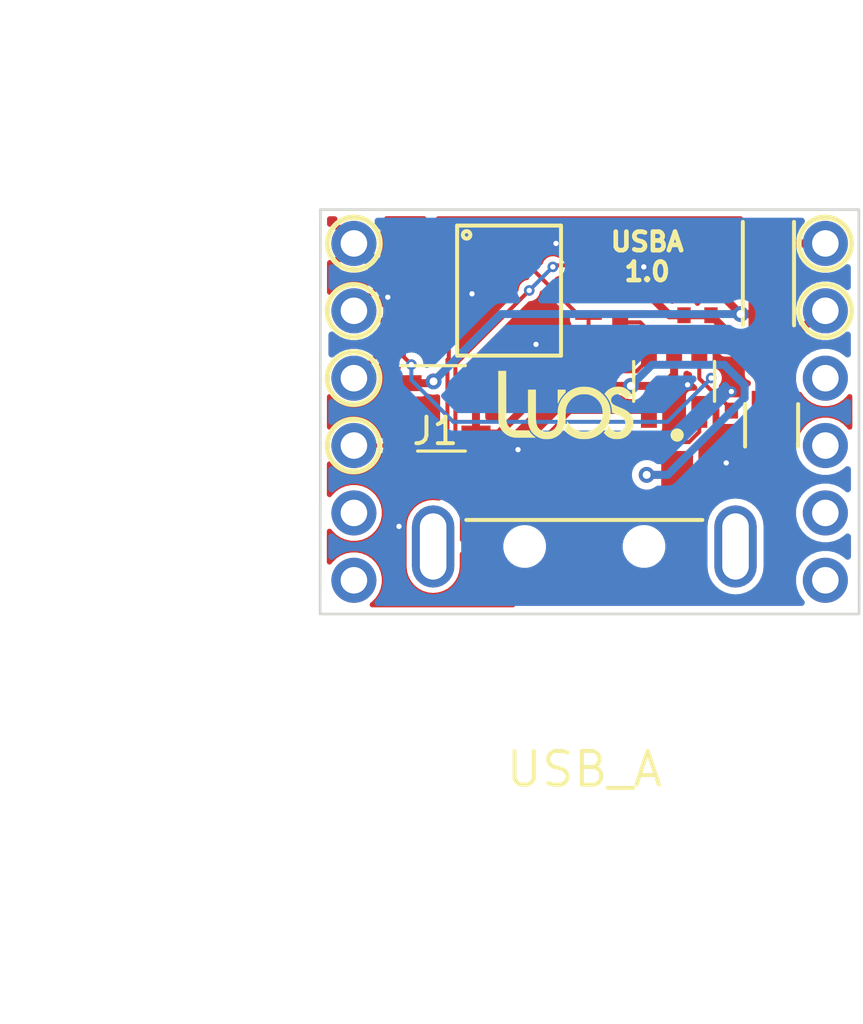
<source format=kicad_pcb>
(kicad_pcb (version 20171130) (host pcbnew "(5.1.9-0-10_14)")

  (general
    (thickness 1.6)
    (drawings 11)
    (tracks 151)
    (zones 0)
    (modules 20)
    (nets 30)
  )

  (page A4)
  (layers
    (0 F.Cu signal)
    (31 B.Cu signal)
    (32 B.Adhes user hide)
    (33 F.Adhes user hide)
    (34 B.Paste user hide)
    (35 F.Paste user hide)
    (36 B.SilkS user)
    (37 F.SilkS user)
    (38 B.Mask user hide)
    (39 F.Mask user hide)
    (40 Dwgs.User user hide)
    (41 Cmts.User user hide)
    (42 Eco1.User user hide)
    (43 Eco2.User user hide)
    (44 Edge.Cuts user)
    (45 Margin user hide)
    (46 B.CrtYd user hide)
    (47 F.CrtYd user hide)
    (48 B.Fab user hide)
    (49 F.Fab user)
  )

  (setup
    (last_trace_width 0.15)
    (user_trace_width 0.15)
    (user_trace_width 0.3)
    (trace_clearance 0.15)
    (zone_clearance 0.254)
    (zone_45_only yes)
    (trace_min 0.15)
    (via_size 0.4)
    (via_drill 0.2)
    (via_min_size 0.4)
    (via_min_drill 0.2)
    (user_via 0.6 0.3)
    (uvia_size 0.3)
    (uvia_drill 0.1)
    (uvias_allowed no)
    (uvia_min_size 0.2)
    (uvia_min_drill 0.1)
    (edge_width 0.15)
    (segment_width 0.2)
    (pcb_text_width 0.3)
    (pcb_text_size 1.5 1.5)
    (mod_edge_width 0.15)
    (mod_text_size 1 1)
    (mod_text_width 0.15)
    (pad_size 1.524 1.524)
    (pad_drill 0.762)
    (pad_to_mask_clearance 0)
    (solder_mask_min_width 0.25)
    (aux_axis_origin 0 0)
    (grid_origin 82.85 106.05)
    (visible_elements 7FFFFF7F)
    (pcbplotparams
      (layerselection 0x3d0ef_ffffffff)
      (usegerberextensions false)
      (usegerberattributes false)
      (usegerberadvancedattributes false)
      (creategerberjobfile false)
      (excludeedgelayer true)
      (linewidth 0.100000)
      (plotframeref false)
      (viasonmask false)
      (mode 1)
      (useauxorigin false)
      (hpglpennumber 1)
      (hpglpenspeed 20)
      (hpglpendiameter 15.000000)
      (psnegative false)
      (psa4output false)
      (plotreference true)
      (plotvalue true)
      (plotinvisibletext false)
      (padsonsilk false)
      (subtractmaskfromsilk false)
      (outputformat 1)
      (mirror false)
      (drillshape 0)
      (scaleselection 1)
      (outputdirectory "./prod/"))
  )

  (net 0 "")
  (net 1 /TxD)
  (net 2 "Net-(U1-Pad2)")
  (net 3 "Net-(C3-Pad1)")
  (net 4 /RxD)
  (net 5 GND)
  (net 6 "Net-(U1-Pad6)")
  (net 7 /Rx_LED)
  (net 8 "Net-(R1-Pad1)")
  (net 9 "Net-(R2-Pad1)")
  (net 10 +3V3)
  (net 11 /Tx_LED)
  (net 12 "Net-(R3-Pad1)")
  (net 13 "Net-(U1-Pad16)")
  (net 14 /Vin)
  (net 15 VBUS)
  (net 16 "Net-(C1-Pad1)")
  (net 17 "Net-(C2-Pad1)")
  (net 18 "Net-(D1-Pad1)")
  (net 19 "Net-(D1-Pad3)")
  (net 20 "Net-(J2-Pad4)")
  (net 21 "Net-(J2-Pad2)")
  (net 22 "Net-(J2-Pad1)")
  (net 23 "Net-(J2-Pad11)")
  (net 24 "Net-(J2-Pad3)")
  (net 25 "Net-(J2-Pad10)")
  (net 26 "Net-(J2-Pad12)")
  (net 27 "Net-(J1-Pad2)")
  (net 28 "Net-(J1-Pad3)")
  (net 29 +5V)

  (net_class Default "Ceci est la Netclass par défaut."
    (clearance 0.15)
    (trace_width 0.15)
    (via_dia 0.4)
    (via_drill 0.2)
    (uvia_dia 0.3)
    (uvia_drill 0.1)
    (add_net +3V3)
    (add_net /RxD)
    (add_net /Rx_LED)
    (add_net /TxD)
    (add_net /Tx_LED)
    (add_net GND)
    (add_net "Net-(C1-Pad1)")
    (add_net "Net-(C2-Pad1)")
    (add_net "Net-(C3-Pad1)")
    (add_net "Net-(D1-Pad1)")
    (add_net "Net-(D1-Pad3)")
    (add_net "Net-(J1-Pad2)")
    (add_net "Net-(J1-Pad3)")
    (add_net "Net-(J2-Pad1)")
    (add_net "Net-(J2-Pad10)")
    (add_net "Net-(J2-Pad11)")
    (add_net "Net-(J2-Pad12)")
    (add_net "Net-(J2-Pad2)")
    (add_net "Net-(J2-Pad3)")
    (add_net "Net-(J2-Pad4)")
    (add_net "Net-(R1-Pad1)")
    (add_net "Net-(R2-Pad1)")
    (add_net "Net-(R3-Pad1)")
    (add_net "Net-(U1-Pad16)")
    (add_net "Net-(U1-Pad2)")
    (add_net "Net-(U1-Pad6)")
  )

  (net_class Alim ""
    (clearance 0.15)
    (trace_width 0.3)
    (via_dia 0.4)
    (via_drill 0.2)
    (uvia_dia 0.3)
    (uvia_drill 0.1)
    (add_net +5V)
    (add_net /Vin)
    (add_net VBUS)
  )

  (module EEC:Molex-48037-1000-0 (layer F.Cu) (tedit 602533AC) (tstamp 60256102)
    (at 92.8 127.15)
    (path /5A549B9F)
    (fp_text reference J1 (at -6.575 -12.75) (layer F.SilkS)
      (effects (font (size 1 1) (thickness 0.15)) (justify left))
    )
    (fp_text value USB_A (at 0 0) (layer F.SilkS)
      (effects (font (size 1.27 1.27) (thickness 0.15)))
    )
    (fp_line (start -6 9.4) (end -6 -9.4) (layer F.Fab) (width 0.15))
    (fp_line (start -6 -9.4) (end 6 -9.4) (layer F.Fab) (width 0.15))
    (fp_line (start 6 -9.4) (end 6 9.4) (layer F.Fab) (width 0.15))
    (fp_line (start 6 9.4) (end -6 9.4) (layer F.Fab) (width 0.15))
    (fp_line (start 6.525 -12.025) (end 6.525 -12.025) (layer F.CrtYd) (width 0.15))
    (fp_line (start 6.525 -12.025) (end -6.525 -12.025) (layer F.CrtYd) (width 0.15))
    (fp_line (start -6.525 -12.025) (end -6.525 9.55) (layer F.CrtYd) (width 0.15))
    (fp_line (start -6.525 9.55) (end 6.525 9.55) (layer F.CrtYd) (width 0.15))
    (fp_line (start 6.525 9.55) (end 6.525 -12.025) (layer F.CrtYd) (width 0.15))
    (fp_line (start -6.6 -5.65) (end 6.6 -5.65) (layer F.Fab) (width 0.15))
    (fp_line (start 4.45 -9.4) (end -4.45 -9.4) (layer F.SilkS) (width 0.15))
    (fp_circle (center 3.5 -12.6) (end 3.625 -12.6) (layer F.SilkS) (width 0.25))
    (pad ~ np_thru_hole circle (at 2.25 -8.4) (size 1.1 1.1) (drill 1.1) (layers *.Cu *.Mask))
    (pad ~ np_thru_hole circle (at -2.25 -8.4) (size 1.1 1.1) (drill 1.1) (layers *.Cu *.Mask))
    (pad 2 smd rect (at 1 -11) (size 1.2 2) (layers F.Cu F.Paste F.Mask)
      (net 27 "Net-(J1-Pad2)"))
    (pad 3 smd rect (at -1 -11) (size 1.2 2) (layers F.Cu F.Paste F.Mask)
      (net 28 "Net-(J1-Pad3)"))
    (pad 1 smd rect (at 3.5 -11) (size 1.2 2) (layers F.Cu F.Paste F.Mask)
      (net 29 +5V))
    (pad 4 smd rect (at -3.5 -11) (size 1.2 2) (layers F.Cu F.Paste F.Mask)
      (net 5 GND))
    (pad "" np_thru_hole roundrect (at 5.7 -8.4) (size 1.6 3.1) (drill oval 1 2.5) (layers *.Cu *.Mask) (roundrect_rratio 0.5))
    (pad "" np_thru_hole roundrect (at -5.7 -8.4) (size 1.6 3.1) (drill oval 1 2.5) (layers *.Cu *.Mask) (roundrect_rratio 0.5))
    (model eec.models/Molex_-_48037-1000.step
      (at (xyz 0 0 0))
      (scale (xyz 1 1 1))
      (rotate (xyz 0 0 0))
    )
    (model /Users/augustin/dev/Luos-modules/Projects/0_electronics_basis/00_Common_Libraries/Common_Mecanic/eec.stp
      (at (xyz 0 0 0))
      (scale (xyz 1 1 1))
      (rotate (xyz -90 0 0))
    )
  )

  (module Common_Footprint:SOT23-6L (layer F.Cu) (tedit 5C6D62BF) (tstamp 5FDCB0A8)
    (at 96.185 112.527)
    (path /5AB6C3C7)
    (fp_text reference U3 (at -0.0185 -0.033) (layer F.Fab)
      (effects (font (size 0.5 0.5) (thickness 0.125)))
    )
    (fp_text value USBLC6-2SC6 (at 0 4.572) (layer F.Fab) hide
      (effects (font (size 1 1) (thickness 0.15)))
    )
    (fp_circle (center -1.143 0.4445) (end -0.9525 0.508) (layer F.Fab) (width 0.1))
    (fp_line (start 1.524 0.889) (end 1.524 -0.8255) (layer F.Fab) (width 0.1))
    (fp_line (start -1.524 0.889) (end 1.524 0.889) (layer F.Fab) (width 0.1))
    (fp_line (start -1.524 -0.8255) (end -1.524 0.889) (layer F.Fab) (width 0.1))
    (fp_line (start 1.524 -0.8255) (end -1.524 -0.8255) (layer F.Fab) (width 0.1))
    (fp_line (start -1.525 0.75) (end -1.525 -0.75) (layer F.SilkS) (width 0.125))
    (fp_line (start 1.525 -0.75) (end 1.525 0.75) (layer F.SilkS) (width 0.125))
    (pad 4 smd rect (at 0.95 -1.15 180) (size 0.6 1.2) (layers F.Cu F.Paste F.Mask)
      (net 17 "Net-(C2-Pad1)"))
    (pad 5 smd rect (at 0 -1.15 180) (size 0.6 1.2) (layers F.Cu F.Paste F.Mask)
      (net 29 +5V))
    (pad 6 smd rect (at -0.95 -1.15 180) (size 0.6 1.2) (layers F.Cu F.Paste F.Mask)
      (net 16 "Net-(C1-Pad1)"))
    (pad 3 smd rect (at 0.95 1.15) (size 0.6 1.2) (layers F.Cu F.Paste F.Mask)
      (net 28 "Net-(J1-Pad3)"))
    (pad 2 smd rect (at 0 1.15) (size 0.6 1.2) (layers F.Cu F.Paste F.Mask)
      (net 5 GND))
    (pad 1 smd rect (at -0.95 1.15) (size 0.6 1.2) (layers F.Cu F.Paste F.Mask)
      (net 27 "Net-(J1-Pad2)"))
    (model ${KISYS3DMOD}/SOT-23-6.step
      (at (xyz 0 0 0))
      (scale (xyz 1 1 1))
      (rotate (xyz 0 0 90))
    )
  )

  (module Common_Footprint:SSOP-16 (layer F.Cu) (tedit 5C6D6279) (tstamp 5AB3A8F0)
    (at 89.962 109.103)
    (path /5A549A22)
    (attr smd)
    (fp_text reference U1 (at 0.088 0.047 180) (layer F.Fab)
      (effects (font (size 0.5 0.5) (thickness 0.125)))
    )
    (fp_text value FT230X (at 0 -3.3) (layer F.Fab) hide
      (effects (font (size 1 1) (thickness 0.15)))
    )
    (fp_circle (center -1.5875 -2.0955) (end -1.4605 -1.9685) (layer F.Fab) (width 0.1))
    (fp_line (start -1.9685 2.4765) (end -1.9685 -2.4765) (layer F.Fab) (width 0.1))
    (fp_line (start 1.9685 2.4765) (end -1.9685 2.4765) (layer F.Fab) (width 0.1))
    (fp_line (start 1.9685 -2.4765) (end 1.9685 2.4765) (layer F.Fab) (width 0.1))
    (fp_line (start -1.9685 -2.4765) (end 1.9685 -2.4765) (layer F.Fab) (width 0.1))
    (fp_circle (center -1.6 -2.1) (end -1.5 -2) (layer F.SilkS) (width 0.15))
    (fp_line (start -1.9588 -2.4511) (end -1.9588 2.4511) (layer F.SilkS) (width 0.15))
    (fp_line (start 1.9588 -2.4511) (end -1.9588 -2.4511) (layer F.SilkS) (width 0.15))
    (fp_line (start 1.9588 2.4511) (end 1.9588 -2.4511) (layer F.SilkS) (width 0.15))
    (fp_line (start -1.9588 2.4511) (end 1.9588 2.4511) (layer F.SilkS) (width 0.15))
    (pad 16 smd rect (at 2.9972 -2.2225) (size 1 0.3) (layers F.Cu F.Paste F.Mask)
      (net 13 "Net-(U1-Pad16)"))
    (pad 15 smd rect (at 2.9972 -1.5875) (size 1 0.3) (layers F.Cu F.Paste F.Mask)
      (net 12 "Net-(R3-Pad1)"))
    (pad 14 smd rect (at 2.9972 -0.9525) (size 1 0.3) (layers F.Cu F.Paste F.Mask)
      (net 11 /Tx_LED))
    (pad 13 smd rect (at 2.9972 -0.3175) (size 1 0.3) (layers F.Cu F.Paste F.Mask)
      (net 5 GND))
    (pad 12 smd rect (at 2.9972 0.3175) (size 1 0.3) (layers F.Cu F.Paste F.Mask)
      (net 10 +3V3))
    (pad 11 smd rect (at 2.9972 0.9525) (size 1 0.3) (layers F.Cu F.Paste F.Mask)
      (net 3 "Net-(C3-Pad1)"))
    (pad 10 smd rect (at 2.9972 1.5875) (size 1 0.3) (layers F.Cu F.Paste F.Mask)
      (net 3 "Net-(C3-Pad1)"))
    (pad 9 smd rect (at 2.9972 2.2225) (size 1 0.3) (layers F.Cu F.Paste F.Mask)
      (net 9 "Net-(R2-Pad1)"))
    (pad 8 smd rect (at -2.9972 2.2225) (size 1 0.3) (layers F.Cu F.Paste F.Mask)
      (net 8 "Net-(R1-Pad1)"))
    (pad 7 smd rect (at -2.9972 1.5875) (size 1 0.3) (layers F.Cu F.Paste F.Mask)
      (net 7 /Rx_LED))
    (pad 6 smd rect (at -2.9972 0.9525) (size 1 0.3) (layers F.Cu F.Paste F.Mask)
      (net 6 "Net-(U1-Pad6)"))
    (pad 5 smd rect (at -2.9972 0.3175) (size 1 0.3) (layers F.Cu F.Paste F.Mask)
      (net 5 GND))
    (pad 4 smd rect (at -2.9972 -0.3175) (size 1 0.3) (layers F.Cu F.Paste F.Mask)
      (net 4 /RxD))
    (pad 3 smd rect (at -2.9972 -0.9525) (size 1 0.3) (layers F.Cu F.Paste F.Mask)
      (net 3 "Net-(C3-Pad1)"))
    (pad 2 smd rect (at -2.9972 -1.5875) (size 1 0.3) (layers F.Cu F.Paste F.Mask)
      (net 2 "Net-(U1-Pad2)"))
    (pad 1 smd rect (at -2.9972 -2.2225) (size 1 0.3) (layers F.Cu F.Paste F.Mask)
      (net 1 /TxD))
    (model ${KISYS3DMOD}/SSOP16.step
      (at (xyz 0 0 0))
      (scale (xyz 1 1 1))
      (rotate (xyz -90 0 90))
    )
  )

  (module Common_Footprint:PowerDI-123 (layer F.Cu) (tedit 5C6D6238) (tstamp 5AA00D44)
    (at 99.741 108.463 90)
    (path /5AB3D171)
    (fp_text reference D2 (at 1.148 0.0075 180) (layer F.Fab)
      (effects (font (size 0.5 0.5) (thickness 0.125)))
    )
    (fp_text value DFLS230L-7 (at 0 -1.75 90) (layer F.Fab) hide
      (effects (font (size 1 1) (thickness 0.15)))
    )
    (fp_line (start 0.254 -0.508) (end 0.254 0.5715) (layer F.Fab) (width 0.1))
    (fp_line (start 0.254 0) (end -0.8255 -0.508) (layer F.Fab) (width 0.1))
    (fp_line (start -0.8255 0.5715) (end 0.254 0) (layer F.Fab) (width 0.1))
    (fp_line (start -0.8255 -0.508) (end -0.8255 0.5715) (layer F.Fab) (width 0.1))
    (fp_line (start -1.7145 0.8255) (end -1.7145 -0.8255) (layer F.Fab) (width 0.1))
    (fp_line (start 1.7145 0.8255) (end -1.7145 0.8255) (layer F.Fab) (width 0.1))
    (fp_line (start 1.7145 -0.8255) (end 1.7145 0.8255) (layer F.Fab) (width 0.1))
    (fp_line (start -1.7145 -0.8255) (end 1.7145 -0.8255) (layer F.Fab) (width 0.1))
    (fp_line (start -1.95 -0.965) (end 1.95 -0.965) (layer F.SilkS) (width 0.15))
    (fp_line (start -1.95 0.965) (end 1.95 0.965) (layer F.SilkS) (width 0.15))
    (pad 1 smd rect (at 0.85 0 90) (size 2.41 1.5) (layers F.Cu F.Paste F.Mask)
      (net 14 /Vin))
    (pad 2 smd rect (at -1.525 0 90) (size 1.05 1.5) (layers F.Cu F.Paste F.Mask)
      (net 15 VBUS))
    (model ${KISYS3DMOD}/PowerDI123.stp
      (offset (xyz 0 0.9099999863331713 0.4999999924907534))
      (scale (xyz 1 1 1))
      (rotate (xyz 0 90 180))
    )
  )

  (module Common_Footprint:KPTB-1615ESGC (layer F.Cu) (tedit 5C6D6199) (tstamp 5AA00D69)
    (at 99.8605 114.183 90)
    (path /5A55DC30)
    (fp_text reference D1 (at 1.148 0.0075 180) (layer F.Fab)
      (effects (font (size 0.5 0.5) (thickness 0.125)))
    )
    (fp_text value KPTB-1615ESGC (at 0 -1.65 90) (layer F.Fab) hide
      (effects (font (size 1 1) (thickness 0.15)))
    )
    (fp_circle (center 0.4445 -0.508) (end 0.4445 -0.381) (layer F.Fab) (width 0.1))
    (fp_line (start -0.254 0.254) (end -0.254 0.635) (layer F.Fab) (width 0.1))
    (fp_line (start -0.1905 0.4445) (end 0.127 0.254) (layer F.Fab) (width 0.1))
    (fp_line (start 0.127 0.635) (end -0.1905 0.4445) (layer F.Fab) (width 0.1))
    (fp_line (start 0.127 0.254) (end 0.127 0.635) (layer F.Fab) (width 0.1))
    (fp_line (start -0.254 -0.635) (end -0.254 -0.254) (layer F.Fab) (width 0.1))
    (fp_line (start -0.1905 -0.4445) (end 0.127 -0.635) (layer F.Fab) (width 0.1))
    (fp_line (start 0.127 -0.254) (end -0.1905 -0.4445) (layer F.Fab) (width 0.1))
    (fp_line (start 0.127 -0.635) (end 0.127 -0.254) (layer F.Fab) (width 0.1))
    (fp_line (start -0.6985 0.762) (end -0.6985 -0.762) (layer F.Fab) (width 0.1))
    (fp_line (start 0.6985 0.762) (end -0.6985 0.762) (layer F.Fab) (width 0.1))
    (fp_line (start 0.6985 -0.762) (end 0.6985 0.762) (layer F.Fab) (width 0.1))
    (fp_line (start -0.6985 -0.762) (end 0.6985 -0.762) (layer F.Fab) (width 0.1))
    (fp_line (start 0.8 -1) (end -0.8 -1) (layer F.SilkS) (width 0.15))
    (fp_line (start 0.8 1) (end -0.8 1) (layer F.SilkS) (width 0.15))
    (pad 1 smd rect (at 0.875 -0.5 90) (size 0.85 0.5) (layers F.Cu F.Paste F.Mask)
      (net 18 "Net-(D1-Pad1)"))
    (pad 2 smd rect (at -0.875 -0.5 90) (size 0.85 0.5) (layers F.Cu F.Paste F.Mask)
      (net 11 /Tx_LED))
    (pad 3 smd rect (at 0.875 0.5 90) (size 0.85 0.5) (layers F.Cu F.Paste F.Mask)
      (net 19 "Net-(D1-Pad3)"))
    (pad 4 smd rect (at -0.875 0.5 90) (size 0.85 0.5) (layers F.Cu F.Paste F.Mask)
      (net 7 /Rx_LED))
    (model ${KISYS3DMOD}/APTB1615.STEP
      (offset (xyz 0 0 0.1))
      (scale (xyz 1 1 1))
      (rotate (xyz -90 0 0))
    )
  )

  (module Common_Footprint:l0_Shield_Socket locked (layer F.Cu) (tedit 5C657850) (tstamp 5AA013B6)
    (at 93 113.675)
    (path /5AA017D3)
    (fp_text reference J2 (at 0 0.5) (layer F.SilkS) hide
      (effects (font (size 1 1) (thickness 0.15)))
    )
    (fp_text value l0_Shield_Socket (at 0 -0.5) (layer F.Fab) hide
      (effects (font (size 1 1) (thickness 0.15)))
    )
    (fp_line (start -10.15 -7.625) (end -10.16 7.62) (layer Edge.Cuts) (width 0.1))
    (fp_line (start -10.15 -7.625) (end 10.15 -7.625) (layer Edge.Cuts) (width 0.1))
    (fp_line (start -10.16 7.62) (end 10.16 7.62) (layer Edge.Cuts) (width 0.1))
    (fp_line (start 10.15 -7.625) (end 10.16 7.62) (layer Edge.Cuts) (width 0.1))
    (pad 5 thru_hole circle (at 8.8875 -3.81 270) (size 1.7 1.7) (drill 1) (layers *.Cu *.Mask)
      (net 10 +3V3))
    (pad 6 thru_hole circle (at 8.8875 -6.35 270) (size 1.7 1.7) (drill 1) (layers *.Cu *.Mask)
      (net 14 /Vin))
    (pad 2 thru_hole circle (at 8.8875 3.81 270) (size 1.7 1.7) (drill 1) (layers *.Cu *.Mask)
      (net 21 "Net-(J2-Pad2)"))
    (pad 4 thru_hole circle (at 8.8875 -1.27 270) (size 1.7 1.7) (drill 1) (layers *.Cu *.Mask)
      (net 20 "Net-(J2-Pad4)"))
    (pad 1 thru_hole circle (at 8.8875 6.35 270) (size 1.7 1.7) (drill 1) (layers *.Cu *.Mask)
      (net 22 "Net-(J2-Pad1)"))
    (pad 7 thru_hole circle (at -8.8875 -6.35 270) (size 1.7 1.7) (drill 1) (layers *.Cu *.Mask)
      (net 5 GND))
    (pad 11 thru_hole circle (at -8.8875 3.81 270) (size 1.7 1.7) (drill 1) (layers *.Cu *.Mask)
      (net 23 "Net-(J2-Pad11)"))
    (pad 9 thru_hole circle (at -8.8875 -1.27 270) (size 1.7 1.7) (drill 1) (layers *.Cu *.Mask)
      (net 4 /RxD))
    (pad 3 thru_hole circle (at 8.8875 1.27 270) (size 1.7 1.7) (drill 1) (layers *.Cu *.Mask)
      (net 24 "Net-(J2-Pad3)"))
    (pad 10 thru_hole circle (at -8.8875 1.27 270) (size 1.7 1.7) (drill 1) (layers *.Cu *.Mask)
      (net 25 "Net-(J2-Pad10)"))
    (pad 12 thru_hole circle (at -8.8875 6.35 270) (size 1.7 1.7) (drill 1) (layers *.Cu *.Mask)
      (net 26 "Net-(J2-Pad12)"))
    (pad 8 thru_hole circle (at -8.8875 -3.81 270) (size 1.7 1.7) (drill 1) (layers *.Cu *.Mask)
      (net 1 /TxD))
  )

  (module Common_Footprint:C_0402_NoSilk (layer F.Cu) (tedit 5E8B679F) (tstamp 5FDCAF9C)
    (at 98.344 111.638 270)
    (descr "Capacitor SMD 0402, reflow soldering, AVX (see smccp.pdf)")
    (tags "capacitor 0402")
    (path /5A54DA0A)
    (attr smd)
    (fp_text reference C6 (at 0 -1.27 270) (layer F.SilkS) hide
      (effects (font (size 1 1) (thickness 0.15)))
    )
    (fp_text value 4.7uF (at 0 1.27 270) (layer F.Fab) hide
      (effects (font (size 1 1) (thickness 0.15)))
    )
    (fp_line (start -0.5 0.25) (end -0.5 -0.25) (layer F.Fab) (width 0.1))
    (fp_line (start 0.5 0.25) (end -0.5 0.25) (layer F.Fab) (width 0.1))
    (fp_line (start 0.5 -0.25) (end 0.5 0.25) (layer F.Fab) (width 0.1))
    (fp_line (start -0.5 -0.25) (end 0.5 -0.25) (layer F.Fab) (width 0.1))
    (fp_line (start -1 -0.4) (end 1 -0.4) (layer F.CrtYd) (width 0.05))
    (fp_line (start -1 -0.4) (end -1 0.4) (layer F.CrtYd) (width 0.05))
    (fp_line (start 1 0.4) (end 1 -0.4) (layer F.CrtYd) (width 0.05))
    (fp_line (start 1 0.4) (end -1 0.4) (layer F.CrtYd) (width 0.05))
    (fp_text user %R (at -0.01 0.01 270) (layer F.Fab)
      (effects (font (size 0.3 0.3) (thickness 0.075)))
    )
    (pad 1 smd rect (at -0.55 0 270) (size 0.6 0.5) (layers F.Cu F.Paste F.Mask)
      (net 10 +3V3))
    (pad 2 smd rect (at 0.55 0 270) (size 0.6 0.5) (layers F.Cu F.Paste F.Mask)
      (net 5 GND))
    (model "${KISYS3DMOD}/0402 SMD Capacitor.step"
      (at (xyz 0 0 0))
      (scale (xyz 1 1 1))
      (rotate (xyz -90 0 0))
    )
  )

  (module Common_Footprint:C_0402_NoSilk (layer F.Cu) (tedit 5E8B679F) (tstamp 5AB3E681)
    (at 97.5745 109.484 90)
    (descr "Capacitor SMD 0402, reflow soldering, AVX (see smccp.pdf)")
    (tags "capacitor 0402")
    (path /5A54D9DE)
    (attr smd)
    (fp_text reference C5 (at 0 -1.27 90) (layer F.SilkS) hide
      (effects (font (size 1 1) (thickness 0.15)))
    )
    (fp_text value 100nF (at 0 1.27 90) (layer F.Fab) hide
      (effects (font (size 1 1) (thickness 0.15)))
    )
    (fp_line (start -0.5 0.25) (end -0.5 -0.25) (layer F.Fab) (width 0.1))
    (fp_line (start 0.5 0.25) (end -0.5 0.25) (layer F.Fab) (width 0.1))
    (fp_line (start 0.5 -0.25) (end 0.5 0.25) (layer F.Fab) (width 0.1))
    (fp_line (start -0.5 -0.25) (end 0.5 -0.25) (layer F.Fab) (width 0.1))
    (fp_line (start -1 -0.4) (end 1 -0.4) (layer F.CrtYd) (width 0.05))
    (fp_line (start -1 -0.4) (end -1 0.4) (layer F.CrtYd) (width 0.05))
    (fp_line (start 1 0.4) (end 1 -0.4) (layer F.CrtYd) (width 0.05))
    (fp_line (start 1 0.4) (end -1 0.4) (layer F.CrtYd) (width 0.05))
    (fp_text user %R (at -0.01 0.01 90) (layer F.Fab)
      (effects (font (size 0.3 0.3) (thickness 0.075)))
    )
    (pad 1 smd rect (at -0.55 0 90) (size 0.6 0.5) (layers F.Cu F.Paste F.Mask)
      (net 10 +3V3))
    (pad 2 smd rect (at 0.55 0 90) (size 0.6 0.5) (layers F.Cu F.Paste F.Mask)
      (net 5 GND))
    (model "${KISYS3DMOD}/0402 SMD Capacitor.step"
      (at (xyz 0 0 0))
      (scale (xyz 1 1 1))
      (rotate (xyz -90 0 0))
    )
  )

  (module Common_Footprint:C_0402_NoSilk (layer F.Cu) (tedit 5E8B679F) (tstamp 5AB3E673)
    (at 96.5585 109.484 90)
    (descr "Capacitor SMD 0402, reflow soldering, AVX (see smccp.pdf)")
    (tags "capacitor 0402")
    (path /5A54D99A)
    (attr smd)
    (fp_text reference C4 (at 0 -1.27 90) (layer F.SilkS) hide
      (effects (font (size 1 1) (thickness 0.15)))
    )
    (fp_text value 100nF (at 0 1.27 90) (layer F.Fab) hide
      (effects (font (size 1 1) (thickness 0.15)))
    )
    (fp_line (start -0.5 0.25) (end -0.5 -0.25) (layer F.Fab) (width 0.1))
    (fp_line (start 0.5 0.25) (end -0.5 0.25) (layer F.Fab) (width 0.1))
    (fp_line (start 0.5 -0.25) (end 0.5 0.25) (layer F.Fab) (width 0.1))
    (fp_line (start -0.5 -0.25) (end 0.5 -0.25) (layer F.Fab) (width 0.1))
    (fp_line (start -1 -0.4) (end 1 -0.4) (layer F.CrtYd) (width 0.05))
    (fp_line (start -1 -0.4) (end -1 0.4) (layer F.CrtYd) (width 0.05))
    (fp_line (start 1 0.4) (end 1 -0.4) (layer F.CrtYd) (width 0.05))
    (fp_line (start 1 0.4) (end -1 0.4) (layer F.CrtYd) (width 0.05))
    (fp_text user %R (at -0.01 0.01 90) (layer F.Fab)
      (effects (font (size 0.3 0.3) (thickness 0.075)))
    )
    (pad 1 smd rect (at -0.55 0 90) (size 0.6 0.5) (layers F.Cu F.Paste F.Mask)
      (net 10 +3V3))
    (pad 2 smd rect (at 0.55 0 90) (size 0.6 0.5) (layers F.Cu F.Paste F.Mask)
      (net 5 GND))
    (model "${KISYS3DMOD}/0402 SMD Capacitor.step"
      (at (xyz 0 0 0))
      (scale (xyz 1 1 1))
      (rotate (xyz -90 0 0))
    )
  )

  (module Common_Footprint:C_0402_NoSilk (layer F.Cu) (tedit 5E8B679F) (tstamp 5FDCADC0)
    (at 85.771 107.955 270)
    (descr "Capacitor SMD 0402, reflow soldering, AVX (see smccp.pdf)")
    (tags "capacitor 0402")
    (path /5A54CD75)
    (attr smd)
    (fp_text reference C3 (at 0 -1.27 270) (layer F.SilkS) hide
      (effects (font (size 1 1) (thickness 0.15)))
    )
    (fp_text value 100nF (at 0 1.27 270) (layer F.Fab) hide
      (effects (font (size 1 1) (thickness 0.15)))
    )
    (fp_line (start -0.5 0.25) (end -0.5 -0.25) (layer F.Fab) (width 0.1))
    (fp_line (start 0.5 0.25) (end -0.5 0.25) (layer F.Fab) (width 0.1))
    (fp_line (start 0.5 -0.25) (end 0.5 0.25) (layer F.Fab) (width 0.1))
    (fp_line (start -0.5 -0.25) (end 0.5 -0.25) (layer F.Fab) (width 0.1))
    (fp_line (start -1 -0.4) (end 1 -0.4) (layer F.CrtYd) (width 0.05))
    (fp_line (start -1 -0.4) (end -1 0.4) (layer F.CrtYd) (width 0.05))
    (fp_line (start 1 0.4) (end 1 -0.4) (layer F.CrtYd) (width 0.05))
    (fp_line (start 1 0.4) (end -1 0.4) (layer F.CrtYd) (width 0.05))
    (fp_text user %R (at -0.01 0.01 270) (layer F.Fab)
      (effects (font (size 0.3 0.3) (thickness 0.075)))
    )
    (pad 1 smd rect (at -0.55 0 270) (size 0.6 0.5) (layers F.Cu F.Paste F.Mask)
      (net 3 "Net-(C3-Pad1)"))
    (pad 2 smd rect (at 0.55 0 270) (size 0.6 0.5) (layers F.Cu F.Paste F.Mask)
      (net 5 GND))
    (model "${KISYS3DMOD}/0402 SMD Capacitor.step"
      (at (xyz 0 0 0))
      (scale (xyz 1 1 1))
      (rotate (xyz -90 0 0))
    )
  )

  (module Common_Footprint:C_0402_NoSilk (layer F.Cu) (tedit 5E8B679F) (tstamp 5AB3E657)
    (at 98.344 114.178 270)
    (descr "Capacitor SMD 0402, reflow soldering, AVX (see smccp.pdf)")
    (tags "capacitor 0402")
    (path /5A54BCBE)
    (attr smd)
    (fp_text reference C2 (at 0 -1.27 270) (layer F.SilkS) hide
      (effects (font (size 1 1) (thickness 0.15)))
    )
    (fp_text value 47pF (at 0 1.27 270) (layer F.Fab) hide
      (effects (font (size 1 1) (thickness 0.15)))
    )
    (fp_line (start -0.5 0.25) (end -0.5 -0.25) (layer F.Fab) (width 0.1))
    (fp_line (start 0.5 0.25) (end -0.5 0.25) (layer F.Fab) (width 0.1))
    (fp_line (start 0.5 -0.25) (end 0.5 0.25) (layer F.Fab) (width 0.1))
    (fp_line (start -0.5 -0.25) (end 0.5 -0.25) (layer F.Fab) (width 0.1))
    (fp_line (start -1 -0.4) (end 1 -0.4) (layer F.CrtYd) (width 0.05))
    (fp_line (start -1 -0.4) (end -1 0.4) (layer F.CrtYd) (width 0.05))
    (fp_line (start 1 0.4) (end 1 -0.4) (layer F.CrtYd) (width 0.05))
    (fp_line (start 1 0.4) (end -1 0.4) (layer F.CrtYd) (width 0.05))
    (fp_text user %R (at -0.01 0.01 270) (layer F.Fab)
      (effects (font (size 0.3 0.3) (thickness 0.075)))
    )
    (pad 1 smd rect (at -0.55 0 270) (size 0.6 0.5) (layers F.Cu F.Paste F.Mask)
      (net 17 "Net-(C2-Pad1)"))
    (pad 2 smd rect (at 0.55 0 270) (size 0.6 0.5) (layers F.Cu F.Paste F.Mask)
      (net 5 GND))
    (model "${KISYS3DMOD}/0402 SMD Capacitor.step"
      (at (xyz 0 0 0))
      (scale (xyz 1 1 1))
      (rotate (xyz -90 0 0))
    )
  )

  (module Common_Footprint:C_0402_NoSilk (layer F.Cu) (tedit 5E8B679F) (tstamp 5AB3E649)
    (at 93.264 112.146 180)
    (descr "Capacitor SMD 0402, reflow soldering, AVX (see smccp.pdf)")
    (tags "capacitor 0402")
    (path /5A54AC60)
    (attr smd)
    (fp_text reference C1 (at 0 -1.27 180) (layer F.SilkS) hide
      (effects (font (size 1 1) (thickness 0.15)))
    )
    (fp_text value 47pF (at 0 1.27 180) (layer F.Fab) hide
      (effects (font (size 1 1) (thickness 0.15)))
    )
    (fp_line (start -0.5 0.25) (end -0.5 -0.25) (layer F.Fab) (width 0.1))
    (fp_line (start 0.5 0.25) (end -0.5 0.25) (layer F.Fab) (width 0.1))
    (fp_line (start 0.5 -0.25) (end 0.5 0.25) (layer F.Fab) (width 0.1))
    (fp_line (start -0.5 -0.25) (end 0.5 -0.25) (layer F.Fab) (width 0.1))
    (fp_line (start -1 -0.4) (end 1 -0.4) (layer F.CrtYd) (width 0.05))
    (fp_line (start -1 -0.4) (end -1 0.4) (layer F.CrtYd) (width 0.05))
    (fp_line (start 1 0.4) (end 1 -0.4) (layer F.CrtYd) (width 0.05))
    (fp_line (start 1 0.4) (end -1 0.4) (layer F.CrtYd) (width 0.05))
    (fp_text user %R (at -0.01 0.01 180) (layer F.Fab)
      (effects (font (size 0.3 0.3) (thickness 0.075)))
    )
    (pad 1 smd rect (at -0.55 0 180) (size 0.6 0.5) (layers F.Cu F.Paste F.Mask)
      (net 16 "Net-(C1-Pad1)"))
    (pad 2 smd rect (at 0.55 0 180) (size 0.6 0.5) (layers F.Cu F.Paste F.Mask)
      (net 5 GND))
    (model "${KISYS3DMOD}/0402 SMD Capacitor.step"
      (at (xyz 0 0 0))
      (scale (xyz 1 1 1))
      (rotate (xyz -90 0 0))
    )
  )

  (module Common_Footprint:R_0402_NoSilk (layer F.Cu) (tedit 5E8B6747) (tstamp 5AB3E5FD)
    (at 100.3685 111.643 270)
    (descr "Resistor SMD 0402, reflow soldering, Vishay (see dcrcw.pdf)")
    (tags "resistor 0402")
    (path /5A55E07F)
    (attr smd)
    (fp_text reference R6 (at 0 -1.2 270) (layer F.Fab) hide
      (effects (font (size 1 1) (thickness 0.15)))
    )
    (fp_text value 56 (at 0 1.25 270) (layer F.Fab) hide
      (effects (font (size 1 1) (thickness 0.15)))
    )
    (fp_line (start 0.8 0.45) (end -0.8 0.45) (layer F.CrtYd) (width 0.05))
    (fp_line (start 0.8 0.45) (end 0.8 -0.45) (layer F.CrtYd) (width 0.05))
    (fp_line (start -0.8 -0.45) (end -0.8 0.45) (layer F.CrtYd) (width 0.05))
    (fp_line (start -0.8 -0.45) (end 0.8 -0.45) (layer F.CrtYd) (width 0.05))
    (fp_line (start -0.5 -0.25) (end 0.5 -0.25) (layer F.Fab) (width 0.1))
    (fp_line (start 0.5 -0.25) (end 0.5 0.25) (layer F.Fab) (width 0.1))
    (fp_line (start 0.5 0.25) (end -0.5 0.25) (layer F.Fab) (width 0.1))
    (fp_line (start -0.5 0.25) (end -0.5 -0.25) (layer F.Fab) (width 0.1))
    (pad 2 smd rect (at 0.45 0 270) (size 0.4 0.6) (layers F.Cu F.Paste F.Mask)
      (net 19 "Net-(D1-Pad3)"))
    (pad 1 smd rect (at -0.45 0 270) (size 0.4 0.6) (layers F.Cu F.Paste F.Mask)
      (net 10 +3V3))
    (model "${KISYS3DMOD}/0402 SMD Resistor.step"
      (at (xyz 0 0 0))
      (scale (xyz 1 1 1))
      (rotate (xyz 0 0 90))
    )
  )

  (module Common_Footprint:R_0402_NoSilk (layer F.Cu) (tedit 5E8B6747) (tstamp 5AB3E5EF)
    (at 99.3525 111.643 270)
    (descr "Resistor SMD 0402, reflow soldering, Vishay (see dcrcw.pdf)")
    (tags "resistor 0402")
    (path /5A55E02F)
    (attr smd)
    (fp_text reference R5 (at 0 -1.2 270) (layer F.Fab) hide
      (effects (font (size 1 1) (thickness 0.15)))
    )
    (fp_text value 66,5 (at 0 1.25 270) (layer F.Fab) hide
      (effects (font (size 1 1) (thickness 0.15)))
    )
    (fp_line (start 0.8 0.45) (end -0.8 0.45) (layer F.CrtYd) (width 0.05))
    (fp_line (start 0.8 0.45) (end 0.8 -0.45) (layer F.CrtYd) (width 0.05))
    (fp_line (start -0.8 -0.45) (end -0.8 0.45) (layer F.CrtYd) (width 0.05))
    (fp_line (start -0.8 -0.45) (end 0.8 -0.45) (layer F.CrtYd) (width 0.05))
    (fp_line (start -0.5 -0.25) (end 0.5 -0.25) (layer F.Fab) (width 0.1))
    (fp_line (start 0.5 -0.25) (end 0.5 0.25) (layer F.Fab) (width 0.1))
    (fp_line (start 0.5 0.25) (end -0.5 0.25) (layer F.Fab) (width 0.1))
    (fp_line (start -0.5 0.25) (end -0.5 -0.25) (layer F.Fab) (width 0.1))
    (pad 2 smd rect (at 0.45 0 270) (size 0.4 0.6) (layers F.Cu F.Paste F.Mask)
      (net 18 "Net-(D1-Pad1)"))
    (pad 1 smd rect (at -0.45 0 270) (size 0.4 0.6) (layers F.Cu F.Paste F.Mask)
      (net 10 +3V3))
    (model "${KISYS3DMOD}/0402 SMD Resistor.step"
      (at (xyz 0 0 0))
      (scale (xyz 1 1 1))
      (rotate (xyz 0 0 90))
    )
  )

  (module Common_Footprint:R_0402_NoSilk (layer F.Cu) (tedit 5E8B6747) (tstamp 5AB3E5E1)
    (at 97.1935 107.579 90)
    (descr "Resistor SMD 0402, reflow soldering, Vishay (see dcrcw.pdf)")
    (tags "resistor 0402")
    (path /5A54F3D9)
    (attr smd)
    (fp_text reference R4 (at 0 -1.2 90) (layer F.Fab) hide
      (effects (font (size 1 1) (thickness 0.15)))
    )
    (fp_text value 10K (at 0 1.25 90) (layer F.Fab) hide
      (effects (font (size 1 1) (thickness 0.15)))
    )
    (fp_line (start 0.8 0.45) (end -0.8 0.45) (layer F.CrtYd) (width 0.05))
    (fp_line (start 0.8 0.45) (end 0.8 -0.45) (layer F.CrtYd) (width 0.05))
    (fp_line (start -0.8 -0.45) (end -0.8 0.45) (layer F.CrtYd) (width 0.05))
    (fp_line (start -0.8 -0.45) (end 0.8 -0.45) (layer F.CrtYd) (width 0.05))
    (fp_line (start -0.5 -0.25) (end 0.5 -0.25) (layer F.Fab) (width 0.1))
    (fp_line (start 0.5 -0.25) (end 0.5 0.25) (layer F.Fab) (width 0.1))
    (fp_line (start 0.5 0.25) (end -0.5 0.25) (layer F.Fab) (width 0.1))
    (fp_line (start -0.5 0.25) (end -0.5 -0.25) (layer F.Fab) (width 0.1))
    (pad 2 smd rect (at 0.45 0 90) (size 0.4 0.6) (layers F.Cu F.Paste F.Mask)
      (net 12 "Net-(R3-Pad1)"))
    (pad 1 smd rect (at -0.45 0 90) (size 0.4 0.6) (layers F.Cu F.Paste F.Mask)
      (net 5 GND))
    (model "${KISYS3DMOD}/0402 SMD Resistor.step"
      (at (xyz 0 0 0))
      (scale (xyz 1 1 1))
      (rotate (xyz 0 0 90))
    )
  )

  (module Common_Footprint:R_0402_NoSilk (layer F.Cu) (tedit 5E8B6747) (tstamp 5AB3E5D3)
    (at 98.2095 107.579 270)
    (descr "Resistor SMD 0402, reflow soldering, Vishay (see dcrcw.pdf)")
    (tags "resistor 0402")
    (path /5A54EEC9)
    (attr smd)
    (fp_text reference R3 (at 0 -1.2 270) (layer F.Fab) hide
      (effects (font (size 1 1) (thickness 0.15)))
    )
    (fp_text value 4K7 (at 0 1.25 270) (layer F.Fab) hide
      (effects (font (size 1 1) (thickness 0.15)))
    )
    (fp_line (start 0.8 0.45) (end -0.8 0.45) (layer F.CrtYd) (width 0.05))
    (fp_line (start 0.8 0.45) (end 0.8 -0.45) (layer F.CrtYd) (width 0.05))
    (fp_line (start -0.8 -0.45) (end -0.8 0.45) (layer F.CrtYd) (width 0.05))
    (fp_line (start -0.8 -0.45) (end 0.8 -0.45) (layer F.CrtYd) (width 0.05))
    (fp_line (start -0.5 -0.25) (end 0.5 -0.25) (layer F.Fab) (width 0.1))
    (fp_line (start 0.5 -0.25) (end 0.5 0.25) (layer F.Fab) (width 0.1))
    (fp_line (start 0.5 0.25) (end -0.5 0.25) (layer F.Fab) (width 0.1))
    (fp_line (start -0.5 0.25) (end -0.5 -0.25) (layer F.Fab) (width 0.1))
    (pad 2 smd rect (at 0.45 0 270) (size 0.4 0.6) (layers F.Cu F.Paste F.Mask)
      (net 15 VBUS))
    (pad 1 smd rect (at -0.45 0 270) (size 0.4 0.6) (layers F.Cu F.Paste F.Mask)
      (net 12 "Net-(R3-Pad1)"))
    (model "${KISYS3DMOD}/0402 SMD Resistor.step"
      (at (xyz 0 0 0))
      (scale (xyz 1 1 1))
      (rotate (xyz 0 0 90))
    )
  )

  (module Common_Footprint:R_0402_NoSilk (layer F.Cu) (tedit 5E8B6747) (tstamp 5AB3E5C5)
    (at 94.153 110.749 90)
    (descr "Resistor SMD 0402, reflow soldering, Vishay (see dcrcw.pdf)")
    (tags "resistor 0402")
    (path /5A54A779)
    (attr smd)
    (fp_text reference R2 (at 0 -1.2 90) (layer F.Fab) hide
      (effects (font (size 1 1) (thickness 0.15)))
    )
    (fp_text value 27 (at 0 1.25 90) (layer F.Fab) hide
      (effects (font (size 1 1) (thickness 0.15)))
    )
    (fp_line (start 0.8 0.45) (end -0.8 0.45) (layer F.CrtYd) (width 0.05))
    (fp_line (start 0.8 0.45) (end 0.8 -0.45) (layer F.CrtYd) (width 0.05))
    (fp_line (start -0.8 -0.45) (end -0.8 0.45) (layer F.CrtYd) (width 0.05))
    (fp_line (start -0.8 -0.45) (end 0.8 -0.45) (layer F.CrtYd) (width 0.05))
    (fp_line (start -0.5 -0.25) (end 0.5 -0.25) (layer F.Fab) (width 0.1))
    (fp_line (start 0.5 -0.25) (end 0.5 0.25) (layer F.Fab) (width 0.1))
    (fp_line (start 0.5 0.25) (end -0.5 0.25) (layer F.Fab) (width 0.1))
    (fp_line (start -0.5 0.25) (end -0.5 -0.25) (layer F.Fab) (width 0.1))
    (pad 2 smd rect (at 0.45 0 90) (size 0.4 0.6) (layers F.Cu F.Paste F.Mask)
      (net 16 "Net-(C1-Pad1)"))
    (pad 1 smd rect (at -0.45 0 90) (size 0.4 0.6) (layers F.Cu F.Paste F.Mask)
      (net 9 "Net-(R2-Pad1)"))
    (model "${KISYS3DMOD}/0402 SMD Resistor.step"
      (at (xyz 0 0 0))
      (scale (xyz 1 1 1))
      (rotate (xyz 0 0 90))
    )
  )

  (module Common_Footprint:R_0402_NoSilk (layer F.Cu) (tedit 5E8B6747) (tstamp 5AB3E5B7)
    (at 85.771 111.003 270)
    (descr "Resistor SMD 0402, reflow soldering, Vishay (see dcrcw.pdf)")
    (tags "resistor 0402")
    (path /5A54A853)
    (attr smd)
    (fp_text reference R1 (at 0 -1.2 270) (layer F.Fab) hide
      (effects (font (size 1 1) (thickness 0.15)))
    )
    (fp_text value 27 (at 0 1.25 270) (layer F.Fab) hide
      (effects (font (size 1 1) (thickness 0.15)))
    )
    (fp_line (start 0.8 0.45) (end -0.8 0.45) (layer F.CrtYd) (width 0.05))
    (fp_line (start 0.8 0.45) (end 0.8 -0.45) (layer F.CrtYd) (width 0.05))
    (fp_line (start -0.8 -0.45) (end -0.8 0.45) (layer F.CrtYd) (width 0.05))
    (fp_line (start -0.8 -0.45) (end 0.8 -0.45) (layer F.CrtYd) (width 0.05))
    (fp_line (start -0.5 -0.25) (end 0.5 -0.25) (layer F.Fab) (width 0.1))
    (fp_line (start 0.5 -0.25) (end 0.5 0.25) (layer F.Fab) (width 0.1))
    (fp_line (start 0.5 0.25) (end -0.5 0.25) (layer F.Fab) (width 0.1))
    (fp_line (start -0.5 0.25) (end -0.5 -0.25) (layer F.Fab) (width 0.1))
    (pad 2 smd rect (at 0.45 0 270) (size 0.4 0.6) (layers F.Cu F.Paste F.Mask)
      (net 17 "Net-(C2-Pad1)"))
    (pad 1 smd rect (at -0.45 0 270) (size 0.4 0.6) (layers F.Cu F.Paste F.Mask)
      (net 8 "Net-(R1-Pad1)"))
    (model "${KISYS3DMOD}/0402 SMD Resistor.step"
      (at (xyz 0 0 0))
      (scale (xyz 1 1 1))
      (rotate (xyz 0 0 90))
    )
  )

  (module Common_Footprint:SOT-23-5 (layer F.Cu) (tedit 5C657B76) (tstamp 5AB39BC1)
    (at 87.4145 113.543)
    (descr "5-pin SOT23 package")
    (tags SOT-23-5)
    (path /5AB397D8)
    (attr smd)
    (fp_text reference U2 (at 0 -2.9) (layer F.SilkS) hide
      (effects (font (size 1 1) (thickness 0.15)))
    )
    (fp_text value STMPS2171STR (at 0 2.9) (layer F.Fab) hide
      (effects (font (size 1 1) (thickness 0.15)))
    )
    (fp_line (start -0.9 1.61) (end 0.9 1.61) (layer F.SilkS) (width 0.12))
    (fp_line (start 0.9 -1.61) (end -1.55 -1.61) (layer F.SilkS) (width 0.12))
    (fp_line (start -1.9 -1.8) (end 1.9 -1.8) (layer F.CrtYd) (width 0.05))
    (fp_line (start 1.9 -1.8) (end 1.9 1.8) (layer F.CrtYd) (width 0.05))
    (fp_line (start 1.9 1.8) (end -1.9 1.8) (layer F.CrtYd) (width 0.05))
    (fp_line (start -1.9 1.8) (end -1.9 -1.8) (layer F.CrtYd) (width 0.05))
    (fp_line (start -0.9 -0.9) (end -0.25 -1.55) (layer F.Fab) (width 0.1))
    (fp_line (start 0.9 -1.55) (end -0.25 -1.55) (layer F.Fab) (width 0.1))
    (fp_line (start -0.9 -0.9) (end -0.9 1.55) (layer F.Fab) (width 0.1))
    (fp_line (start 0.9 1.55) (end -0.9 1.55) (layer F.Fab) (width 0.1))
    (fp_line (start 0.9 -1.55) (end 0.9 1.55) (layer F.Fab) (width 0.1))
    (fp_text user %R (at 0 0 90) (layer F.Fab)
      (effects (font (size 0.5 0.5) (thickness 0.075)))
    )
    (pad 1 smd rect (at -1.3 -0.95) (size 1.1 0.6) (layers F.Cu F.Paste F.Mask)
      (net 15 VBUS))
    (pad 2 smd rect (at -1.3 0) (size 1.1 0.6) (layers F.Cu F.Paste F.Mask)
      (net 5 GND))
    (pad 3 smd rect (at -1.3 0.95) (size 1.1 0.6) (layers F.Cu F.Paste F.Mask)
      (net 25 "Net-(J2-Pad10)"))
    (pad 4 smd rect (at 1.3 0.95) (size 1.1 0.6) (layers F.Cu F.Paste F.Mask)
      (net 29 +5V))
    (pad 5 smd rect (at 1.3 -0.95) (size 1.1 0.6) (layers F.Cu F.Paste F.Mask)
      (net 29 +5V))
    (model ${KISYS3DMOD}/SOT-23-5.stp
      (at (xyz 0 0 0))
      (scale (xyz 1 1 1))
      (rotate (xyz 0 0 0))
    )
  )

  (module Common_Footprint:Luos_logo_xsmall locked (layer F.Cu) (tedit 0) (tstamp 5C65AB21)
    (at 92.248 113.416)
    (fp_text reference G*** (at 0 0) (layer F.SilkS) hide
      (effects (font (size 1.524 1.524) (thickness 0.3)))
    )
    (fp_text value LOGO (at 0.75 0) (layer F.SilkS) hide
      (effects (font (size 1.524 1.524) (thickness 0.3)))
    )
    (fp_poly (pts (xy -0.15748 -0.476223) (xy -0.206273 -0.425388) (xy -0.258721 -0.366441) (xy -0.308225 -0.302494)
      (xy -0.351648 -0.237628) (xy -0.35535 -0.231554) (xy -0.368542 -0.208667) (xy -0.38285 -0.182102)
      (xy -0.397237 -0.153985) (xy -0.410664 -0.126441) (xy -0.422093 -0.101593) (xy -0.430485 -0.081566)
      (xy -0.434567 -0.069487) (xy -0.437214 -0.060345) (xy -0.439473 -0.055989) (xy -0.441375 -0.056963)
      (xy -0.442945 -0.063813) (xy -0.444214 -0.077085) (xy -0.445207 -0.097324) (xy -0.445954 -0.125076)
      (xy -0.446483 -0.160886) (xy -0.446822 -0.2053) (xy -0.446998 -0.258863) (xy -0.44704 -0.312121)
      (xy -0.44704 -0.57404) (xy -0.15748 -0.57404) (xy -0.15748 -0.476223)) (layer F.SilkS) (width 0.01))
    (fp_poly (pts (xy -2.396482 -0.361951) (xy -2.396293 -0.246135) (xy -2.39612 -0.140017) (xy -2.395951 -0.043134)
      (xy -2.395773 0.044978) (xy -2.395572 0.12478) (xy -2.395335 0.196736) (xy -2.395051 0.261309)
      (xy -2.394705 0.31896) (xy -2.394285 0.370153) (xy -2.393777 0.41535) (xy -2.393169 0.455015)
      (xy -2.392448 0.48961) (xy -2.391601 0.519597) (xy -2.390614 0.545439) (xy -2.389476 0.567599)
      (xy -2.388172 0.58654) (xy -2.38669 0.602724) (xy -2.385017 0.616615) (xy -2.38314 0.628674)
      (xy -2.381046 0.639364) (xy -2.378722 0.649149) (xy -2.376155 0.658491) (xy -2.373332 0.667853)
      (xy -2.37024 0.677696) (xy -2.367039 0.687926) (xy -2.343855 0.746995) (xy -2.312948 0.799603)
      (xy -2.274663 0.845401) (xy -2.229349 0.884041) (xy -2.177352 0.915174) (xy -2.119019 0.938452)
      (xy -2.117202 0.939017) (xy -2.099925 0.943785) (xy -2.08089 0.947815) (xy -2.059158 0.951163)
      (xy -2.033788 0.953884) (xy -2.00384 0.956032) (xy -1.968374 0.957663) (xy -1.92645 0.958833)
      (xy -1.877126 0.959595) (xy -1.819464 0.960005) (xy -1.757273 0.96012) (xy -1.534421 0.96012)
      (xy -1.526356 0.975716) (xy -1.508887 1.00469) (xy -1.484867 1.037658) (xy -1.456017 1.072712)
      (xy -1.424057 1.107943) (xy -1.390705 1.141444) (xy -1.357682 1.171306) (xy -1.33096 1.192545)
      (xy -1.313703 1.205307) (xy -1.299373 1.216069) (xy -1.290094 1.223231) (xy -1.288034 1.22494)
      (xy -1.292308 1.225515) (xy -1.305813 1.226045) (xy -1.327619 1.22653) (xy -1.356797 1.226969)
      (xy -1.392418 1.22736) (xy -1.433553 1.227703) (xy -1.479272 1.227995) (xy -1.528646 1.228236)
      (xy -1.580747 1.228425) (xy -1.634643 1.22856) (xy -1.689407 1.228641) (xy -1.74411 1.228666)
      (xy -1.797821 1.228634) (xy -1.849612 1.228544) (xy -1.898553 1.228395) (xy -1.943715 1.228185)
      (xy -1.984169 1.227913) (xy -2.018986 1.227579) (xy -2.047236 1.227181) (xy -2.06799 1.226717)
      (xy -2.080319 1.226188) (xy -2.0828 1.225939) (xy -2.164284 1.209553) (xy -2.238352 1.187404)
      (xy -2.306397 1.158796) (xy -2.36981 1.123032) (xy -2.429983 1.079415) (xy -2.488307 1.02725)
      (xy -2.497076 1.01855) (xy -2.550038 0.958238) (xy -2.594699 0.892178) (xy -2.630892 0.820714)
      (xy -2.658445 0.744193) (xy -2.677188 0.66296) (xy -2.679637 0.6477) (xy -2.680585 0.640335)
      (xy -2.681452 0.631116) (xy -2.682243 0.619606) (xy -2.682961 0.605365) (xy -2.683609 0.587954)
      (xy -2.684192 0.566936) (xy -2.684711 0.541871) (xy -2.685171 0.51232) (xy -2.685575 0.477846)
      (xy -2.685927 0.438009) (xy -2.686229 0.392371) (xy -2.686485 0.340493) (xy -2.686699 0.281937)
      (xy -2.686874 0.216264) (xy -2.687013 0.143036) (xy -2.68712 0.061813) (xy -2.687197 -0.027843)
      (xy -2.68725 -0.12637) (xy -2.68728 -0.234207) (xy -2.687291 -0.34417) (xy -2.68732 -1.28524)
      (xy -2.542672 -1.285241) (xy -2.398024 -1.285241) (xy -2.396482 -0.361951)) (layer F.SilkS) (width 0.01))
    (fp_poly (pts (xy 1.868498 -0.686515) (xy 1.929478 -0.680775) (xy 1.982018 -0.670351) (xy 2.045015 -0.648964)
      (xy 2.106747 -0.618639) (xy 2.165265 -0.580576) (xy 2.218618 -0.535973) (xy 2.246022 -0.508027)
      (xy 2.261218 -0.490442) (xy 2.278038 -0.469564) (xy 2.295295 -0.447045) (xy 2.3118 -0.424534)
      (xy 2.326362 -0.403682) (xy 2.337794 -0.386139) (xy 2.344906 -0.373556) (xy 2.34669 -0.3683)
      (xy 2.342635 -0.363217) (xy 2.33212 -0.355152) (xy 2.320145 -0.347512) (xy 2.30735 -0.339931)
      (xy 2.287717 -0.328293) (xy 2.263145 -0.313726) (xy 2.235535 -0.297356) (xy 2.206787 -0.28031)
      (xy 2.206605 -0.280202) (xy 2.179758 -0.264418) (xy 2.155786 -0.250585) (xy 2.136092 -0.23949)
      (xy 2.122076 -0.231922) (xy 2.115143 -0.228668) (xy 2.114782 -0.2286) (xy 2.110123 -0.232623)
      (xy 2.101658 -0.243401) (xy 2.090845 -0.259005) (xy 2.08504 -0.26797) (xy 2.051502 -0.314155)
      (xy 2.015133 -0.350926) (xy 1.975288 -0.378788) (xy 1.931326 -0.39825) (xy 1.912822 -0.4037)
      (xy 1.888297 -0.408008) (xy 1.857411 -0.410554) (xy 1.823818 -0.411285) (xy 1.791171 -0.410151)
      (xy 1.763125 -0.407099) (xy 1.75666 -0.405908) (xy 1.717754 -0.393984) (xy 1.679383 -0.375169)
      (xy 1.643623 -0.351) (xy 1.612551 -0.323015) (xy 1.588245 -0.292752) (xy 1.577292 -0.273104)
      (xy 1.561919 -0.228953) (xy 1.556439 -0.185765) (xy 1.560776 -0.144119) (xy 1.574854 -0.104593)
      (xy 1.598597 -0.067765) (xy 1.605445 -0.059705) (xy 1.62448 -0.040503) (xy 1.646833 -0.022304)
      (xy 1.673645 -0.004451) (xy 1.706058 0.013713) (xy 1.745212 0.032842) (xy 1.792249 0.053595)
      (xy 1.8288 0.068757) (xy 1.856777 0.080143) (xy 1.889359 0.09341) (xy 1.921741 0.106601)
      (xy 1.94056 0.114271) (xy 2.023456 0.150948) (xy 2.096997 0.189652) (xy 2.161852 0.230771)
      (xy 2.218692 0.274692) (xy 2.21996 0.27578) (xy 2.267923 0.322105) (xy 2.307721 0.371888)
      (xy 2.340097 0.426416) (xy 2.365794 0.486971) (xy 2.385556 0.554841) (xy 2.388207 0.56642)
      (xy 2.391581 0.588971) (xy 2.393788 0.619092) (xy 2.394853 0.654265) (xy 2.394799 0.691969)
      (xy 2.393653 0.729684) (xy 2.391437 0.764893) (xy 2.388176 0.795074) (xy 2.385849 0.809116)
      (xy 2.367829 0.880029) (xy 2.342554 0.945194) (xy 2.309336 1.005828) (xy 2.267487 1.063151)
      (xy 2.216318 1.118382) (xy 2.205323 1.128893) (xy 2.14667 1.177066) (xy 2.082331 1.216832)
      (xy 2.012398 1.248141) (xy 1.94818 1.268182) (xy 1.928463 1.272917) (xy 1.910213 1.276441)
      (xy 1.891205 1.278973) (xy 1.869215 1.280733) (xy 1.842016 1.281942) (xy 1.807385 1.282819)
      (xy 1.79832 1.282993) (xy 1.749885 1.283393) (xy 1.710768 1.282602) (xy 1.680195 1.280591)
      (xy 1.66116 1.278048) (xy 1.584759 1.259743) (xy 1.513973 1.23304) (xy 1.448917 1.198006)
      (xy 1.389709 1.154706) (xy 1.336465 1.103207) (xy 1.318149 1.081904) (xy 1.289018 1.046297)
      (xy 1.316212 1.017178) (xy 1.329441 1.003094) (xy 1.339974 0.992029) (xy 1.345909 0.985978)
      (xy 1.346407 0.98552) (xy 1.355124 0.976399) (xy 1.368128 0.960627) (xy 1.384083 0.940014)
      (xy 1.401651 0.916373) (xy 1.419499 0.891514) (xy 1.436291 0.867249) (xy 1.45069 0.845389)
      (xy 1.455957 0.836944) (xy 1.49009 0.780941) (xy 1.501092 0.81338) (xy 1.512743 0.844591)
      (xy 1.524946 0.86972) (xy 1.53977 0.892733) (xy 1.548523 0.904317) (xy 1.584386 0.94196)
      (xy 1.626572 0.971858) (xy 1.67456 0.993779) (xy 1.727834 1.007491) (xy 1.785876 1.012762)
      (xy 1.7907 1.012812) (xy 1.830818 1.011532) (xy 1.865192 1.006704) (xy 1.897879 0.997456)
      (xy 1.932936 0.982918) (xy 1.93548 0.981729) (xy 1.966482 0.963393) (xy 1.998165 0.938134)
      (xy 2.027793 0.908596) (xy 2.052625 0.877421) (xy 2.065722 0.85598) (xy 2.086366 0.806372)
      (xy 2.098665 0.753641) (xy 2.102564 0.699665) (xy 2.098006 0.646321) (xy 2.084937 0.595487)
      (xy 2.074154 0.569388) (xy 2.05132 0.531983) (xy 2.019224 0.495417) (xy 1.978766 0.460412)
      (xy 1.930843 0.427687) (xy 1.876353 0.397965) (xy 1.840225 0.381596) (xy 1.819277 0.372769)
      (xy 1.791545 0.361065) (xy 1.759601 0.347571) (xy 1.726017 0.333373) (xy 1.69672 0.320978)
      (xy 1.60274 0.281202) (xy 1.599099 0.227039) (xy 1.587515 0.126036) (xy 1.56652 0.028715)
      (xy 1.53599 -0.065291) (xy 1.495802 -0.156348) (xy 1.445831 -0.244823) (xy 1.433392 -0.26416)
      (xy 1.416411 -0.289047) (xy 1.397785 -0.314844) (xy 1.38004 -0.338124) (xy 1.368444 -0.352317)
      (xy 1.353471 -0.369835) (xy 1.339661 -0.3861) (xy 1.329355 -0.39835) (xy 1.327092 -0.401077)
      (xy 1.315605 -0.415021) (xy 1.33594 -0.445001) (xy 1.355448 -0.470601) (xy 1.380843 -0.499316)
      (xy 1.409604 -0.528561) (xy 1.439207 -0.555751) (xy 1.46304 -0.575234) (xy 1.486096 -0.590896)
      (xy 1.515614 -0.608209) (xy 1.548441 -0.625541) (xy 1.581423 -0.641264) (xy 1.611405 -0.653748)
      (xy 1.622797 -0.657782) (xy 1.678802 -0.67252) (xy 1.740316 -0.682288) (xy 1.804496 -0.686986)
      (xy 1.868498 -0.686515)) (layer F.SilkS) (width 0.01))
    (fp_poly (pts (xy 0.583742 -0.684385) (xy 0.677291 -0.678378) (xy 0.764636 -0.665297) (xy 0.847258 -0.644715)
      (xy 0.92664 -0.616203) (xy 1.004262 -0.579334) (xy 1.061769 -0.546214) (xy 1.082685 -0.533138)
      (xy 1.099605 -0.522041) (xy 1.115061 -0.511076) (xy 1.131585 -0.4984) (xy 1.151709 -0.482167)
      (xy 1.167563 -0.469129) (xy 1.246221 -0.398548) (xy 1.315398 -0.324415) (xy 1.375202 -0.246541)
      (xy 1.425738 -0.164738) (xy 1.467115 -0.078816) (xy 1.499438 0.011412) (xy 1.522814 0.106137)
      (xy 1.534465 0.179642) (xy 1.537712 0.21795) (xy 1.539168 0.263223) (xy 1.538938 0.312742)
      (xy 1.537131 0.363785) (xy 1.533854 0.41363) (xy 1.529215 0.459557) (xy 1.52332 0.498845)
      (xy 1.521518 0.508) (xy 1.498055 0.599192) (xy 1.466807 0.685033) (xy 1.427284 0.766442)
      (xy 1.378997 0.844337) (xy 1.321453 0.919638) (xy 1.272412 0.974452) (xy 1.19875 1.045116)
      (xy 1.120697 1.106691) (xy 1.037956 1.159335) (xy 0.950234 1.203213) (xy 0.857236 1.238485)
      (xy 0.758667 1.265312) (xy 0.73152 1.271037) (xy 0.711904 1.274728) (xy 0.693734 1.277554)
      (xy 0.675195 1.279628) (xy 0.654471 1.281061) (xy 0.629748 1.281967) (xy 0.599209 1.282457)
      (xy 0.56104 1.282643) (xy 0.54356 1.282658) (xy 0.49295 1.282369) (xy 0.450438 1.281328)
      (xy 0.413975 1.279293) (xy 0.38151 1.276023) (xy 0.350994 1.271277) (xy 0.320377 1.264813)
      (xy 0.28761 1.25639) (xy 0.26416 1.249741) (xy 0.173198 1.218154) (xy 0.08456 1.177275)
      (xy -0.00032 1.127936) (xy -0.080009 1.070965) (xy -0.150687 1.00949) (xy -0.192154 0.96973)
      (xy -0.167524 0.917935) (xy -0.155116 0.889844) (xy -0.142539 0.858042) (xy -0.131765 0.827642)
      (xy -0.127785 0.814951) (xy -0.11989 0.785058) (xy -0.112406 0.751054) (xy -0.105831 0.715821)
      (xy -0.100667 0.682238) (xy -0.097413 0.653186) (xy -0.09652 0.634846) (xy -0.095386 0.620212)
      (xy -0.092097 0.615411) (xy -0.086829 0.620512) (xy -0.082426 0.62917) (xy -0.071242 0.650312)
      (xy -0.054571 0.676551) (xy -0.034011 0.705701) (xy -0.011161 0.735577) (xy 0.012382 0.763994)
      (xy 0.032075 0.785716) (xy 0.095372 0.846003) (xy 0.161012 0.896655) (xy 0.229671 0.938061)
      (xy 0.302026 0.97061) (xy 0.378753 0.99469) (xy 0.407752 1.001397) (xy 0.44777 1.007679)
      (xy 0.494389 1.011482) (xy 0.544349 1.012774) (xy 0.594391 1.011522) (xy 0.641254 1.007692)
      (xy 0.667089 1.004041) (xy 0.746356 0.985481) (xy 0.822457 0.957604) (xy 0.894675 0.920955)
      (xy 0.962294 0.876077) (xy 1.024599 0.823514) (xy 1.080873 0.763811) (xy 1.1304 0.69751)
      (xy 1.172465 0.625156) (xy 1.176425 0.61722) (xy 1.204704 0.551275) (xy 1.225251 0.483623)
      (xy 1.238456 0.412467) (xy 1.24471 0.336008) (xy 1.24536 0.29972) (xy 1.240931 0.211273)
      (xy 1.227552 0.127571) (xy 1.205153 0.048422) (xy 1.173666 -0.026367) (xy 1.13302 -0.096987)
      (xy 1.083146 -0.163631) (xy 1.073147 -0.17526) (xy 1.013219 -0.236266) (xy 0.948164 -0.288506)
      (xy 0.877906 -0.332024) (xy 0.80237 -0.366865) (xy 0.72148 -0.393075) (xy 0.69596 -0.399306)
      (xy 0.670403 -0.40357) (xy 0.637308 -0.406845) (xy 0.599253 -0.409082) (xy 0.558818 -0.410231)
      (xy 0.518579 -0.410244) (xy 0.481117 -0.409071) (xy 0.449008 -0.406663) (xy 0.4318 -0.404338)
      (xy 0.349939 -0.386024) (xy 0.27441 -0.360165) (xy 0.204202 -0.326239) (xy 0.138305 -0.283723)
      (xy 0.075706 -0.232096) (xy 0.049127 -0.20654) (xy -0.007151 -0.143629) (xy -0.054028 -0.077174)
      (xy -0.091807 -0.006638) (xy -0.120791 0.068516) (xy -0.134686 0.118531) (xy -0.13983 0.141208)
      (xy -0.144114 0.163262) (xy -0.147618 0.185906) (xy -0.150422 0.210351) (xy -0.152607 0.237808)
      (xy -0.154253 0.269491) (xy -0.15544 0.306611) (xy -0.156249 0.35038) (xy -0.156759 0.40201)
      (xy -0.157029 0.455951) (xy -0.157263 0.507567) (xy -0.157611 0.550332) (xy -0.15813 0.585551)
      (xy -0.158876 0.614535) (xy -0.159905 0.638589) (xy -0.161274 0.659023) (xy -0.16304 0.677144)
      (xy -0.16526 0.69426) (xy -0.167989 0.711678) (xy -0.168125 0.712491) (xy -0.186669 0.795377)
      (xy -0.213607 0.872567) (xy -0.248992 0.94417) (xy -0.292883 1.0103) (xy -0.345334 1.071066)
      (xy -0.353334 1.079122) (xy -0.41821 1.136696) (xy -0.487191 1.184978) (xy -0.560311 1.223987)
      (xy -0.637606 1.253741) (xy -0.71911 1.274258) (xy -0.738989 1.277759) (xy -0.764215 1.280706)
      (xy -0.796743 1.282837) (xy -0.833785 1.284127) (xy -0.872552 1.284554) (xy -0.910257 1.284095)
      (xy -0.944112 1.282727) (xy -0.971328 1.280427) (xy -0.9767 1.279714) (xy -1.05306 1.264598)
      (xy -1.124249 1.242041) (xy -1.192034 1.211297) (xy -1.258183 1.171618) (xy -1.295095 1.145275)
      (xy -1.35837 1.091434) (xy -1.414038 1.031191) (xy -1.461688 0.965189) (xy -1.500911 0.89407)
      (xy -1.531296 0.818476) (xy -1.55146 0.743788) (xy -1.554154 0.730182) (xy -1.556572 0.716074)
      (xy -1.558728 0.700873) (xy -1.560638 0.683989) (xy -1.562316 0.664829) (xy -1.563777 0.642803)
      (xy -1.565035 0.61732) (xy -1.566105 0.587789) (xy -1.567002 0.553617) (xy -1.56774 0.514214)
      (xy -1.568334 0.468989) (xy -1.568799 0.41735) (xy -1.56915 0.358706) (xy -1.569401 0.292467)
      (xy -1.569566 0.21804) (xy -1.569661 0.134834) (xy -1.5697 0.042259) (xy -1.569703 0.00889)
      (xy -1.56972 -0.57404) (xy -1.27508 -0.57404) (xy -1.27508 -0.000467) (xy -1.275066 0.090184)
      (xy -1.275016 0.171277) (xy -1.274924 0.243413) (xy -1.274781 0.307197) (xy -1.27458 0.363229)
      (xy -1.274314 0.412112) (xy -1.273975 0.454447) (xy -1.273554 0.490838) (xy -1.273045 0.521886)
      (xy -1.27244 0.548193) (xy -1.27173 0.570362) (xy -1.270909 0.588994) (xy -1.269968 0.604692)
      (xy -1.2689 0.618058) (xy -1.267698 0.629694) (xy -1.266961 0.635688) (xy -1.255976 0.701253)
      (xy -1.241114 0.757904) (xy -1.222186 0.806191) (xy -1.199008 0.846665) (xy -1.19226 0.85598)
      (xy -1.149736 0.903954) (xy -1.101586 0.943471) (xy -1.047871 0.97449) (xy -0.988654 0.99697)
      (xy -0.96266 1.003742) (xy -0.92579 1.009696) (xy -0.883058 1.012642) (xy -0.838308 1.012578)
      (xy -0.795383 1.009507) (xy -0.75946 1.003728) (xy -0.700477 0.985571) (xy -0.646173 0.958795)
      (xy -0.597321 0.924149) (xy -0.554694 0.882382) (xy -0.519062 0.834241) (xy -0.491199 0.780478)
      (xy -0.472837 0.725705) (xy -0.467241 0.702642) (xy -0.462633 0.68077) (xy -0.458911 0.658757)
      (xy -0.45597 0.635271) (xy -0.45371 0.608979) (xy -0.452026 0.578548) (xy -0.450816 0.542647)
      (xy -0.449977 0.499942) (xy -0.449406 0.449101) (xy -0.449182 0.4191) (xy -0.448802 0.3744)
      (xy -0.448274 0.331229) (xy -0.447629 0.291051) (xy -0.446895 0.255328) (xy -0.446103 0.225526)
      (xy -0.445282 0.203109) (xy -0.444547 0.1905) (xy -0.431941 0.099959) (xy -0.409568 0.010663)
      (xy -0.37781 -0.076584) (xy -0.337052 -0.160983) (xy -0.287675 -0.241732) (xy -0.230062 -0.318029)
      (xy -0.170335 -0.38338) (xy -0.099913 -0.449068) (xy -0.029028 -0.505432) (xy 0.043576 -0.553277)
      (xy 0.119152 -0.593406) (xy 0.198955 -0.626625) (xy 0.22098 -0.634375) (xy 0.284273 -0.653818)
      (xy 0.345782 -0.668257) (xy 0.408023 -0.678039) (xy 0.473517 -0.68351) (xy 0.544781 -0.685018)
      (xy 0.583742 -0.684385)) (layer F.SilkS) (width 0.01))
  )

  (gr_text "USBA\n1.0" (at 95.169 107.828) (layer F.SilkS)
    (effects (font (size 0.7 0.7) (thickness 0.175)))
  )
  (dimension 20.32 (width 0.3) (layer F.Fab)
    (gr_text "20.320 mm" (at 93.01 99.251) (layer F.Fab)
      (effects (font (size 1.5 1.5) (thickness 0.3)))
    )
    (feature1 (pts (xy 103.17 106.05) (xy 103.17 100.764579)))
    (feature2 (pts (xy 82.85 106.05) (xy 82.85 100.764579)))
    (crossbar (pts (xy 82.85 101.351) (xy 103.17 101.351)))
    (arrow1a (pts (xy 103.17 101.351) (xy 102.043496 101.937421)))
    (arrow1b (pts (xy 103.17 101.351) (xy 102.043496 100.764579)))
    (arrow2a (pts (xy 82.85 101.351) (xy 83.976504 101.937421)))
    (arrow2b (pts (xy 82.85 101.351) (xy 83.976504 100.764579)))
  )
  (dimension 15.24 (width 0.3) (layer F.Fab)
    (gr_text "15.240 mm" (at 76.305001 113.67 270) (layer F.Fab)
      (effects (font (size 1.5 1.5) (thickness 0.3)))
    )
    (feature1 (pts (xy 82.85 121.29) (xy 77.81858 121.29)))
    (feature2 (pts (xy 82.85 106.05) (xy 77.81858 106.05)))
    (crossbar (pts (xy 78.405001 106.05) (xy 78.405001 121.29)))
    (arrow1a (pts (xy 78.405001 121.29) (xy 77.81858 120.163496)))
    (arrow1b (pts (xy 78.405001 121.29) (xy 78.991422 120.163496)))
    (arrow2a (pts (xy 78.405001 106.05) (xy 77.81858 107.176504)))
    (arrow2b (pts (xy 78.405001 106.05) (xy 78.991422 107.176504)))
  )
  (gr_circle (center 101.88 109.865) (end 102.8675 109.865) (layer F.SilkS) (width 0.2) (tstamp 5AB3CFB2))
  (gr_circle (center 101.88 107.325) (end 102.8675 107.325) (layer F.SilkS) (width 0.2) (tstamp 5AB3CFB2))
  (gr_circle (center 84.1 114.945) (end 85.0875 114.945) (layer F.SilkS) (width 0.2) (tstamp 5AB3CFB2))
  (gr_circle (center 84.1 112.405) (end 85.0875 112.405) (layer F.SilkS) (width 0.2) (tstamp 5AB3CFB2))
  (gr_circle (center 84.1 109.865) (end 85.0875 109.865) (layer F.SilkS) (width 0.2) (tstamp 5AB3CFB2))
  (gr_circle (center 84.1125 107.325) (end 85.1 107.325) (layer F.SilkS) (width 0.2))
  (dimension 15.24 (width 0.3) (layer Dwgs.User)
    (gr_text "15,240 mm" (at 109.5925 113.675 90) (layer Dwgs.User)
      (effects (font (size 1.5 1.5) (thickness 0.3)))
    )
    (feature1 (pts (xy 103.1625 106.055) (xy 110.9425 106.055)))
    (feature2 (pts (xy 103.1625 121.295) (xy 110.9425 121.295)))
    (crossbar (pts (xy 108.2425 121.295) (xy 108.2425 106.055)))
    (arrow1a (pts (xy 108.2425 106.055) (xy 108.828921 107.181504)))
    (arrow1b (pts (xy 108.2425 106.055) (xy 107.656079 107.181504)))
    (arrow2a (pts (xy 108.2425 121.295) (xy 108.828921 120.168496)))
    (arrow2b (pts (xy 108.2425 121.295) (xy 107.656079 120.168496)))
  )
  (dimension 20.32 (width 0.3) (layer Dwgs.User)
    (gr_text "20,320 mm" (at 93.0025 126.455) (layer Dwgs.User)
      (effects (font (size 1.5 1.5) (thickness 0.3)))
    )
    (feature1 (pts (xy 103.1625 121.295) (xy 103.1625 127.805)))
    (feature2 (pts (xy 82.8425 121.295) (xy 82.8425 127.805)))
    (crossbar (pts (xy 82.8425 125.105) (xy 103.1625 125.105)))
    (arrow1a (pts (xy 103.1625 125.105) (xy 102.035996 125.691421)))
    (arrow1b (pts (xy 103.1625 125.105) (xy 102.035996 124.518579)))
    (arrow2a (pts (xy 82.8425 125.105) (xy 83.969004 125.691421)))
    (arrow2b (pts (xy 82.8425 125.105) (xy 83.969004 124.518579)))
  )

  (segment (start 84.962499 109.015001) (end 84.1125 109.865) (width 0.15) (layer F.Cu) (net 1))
  (segment (start 85.187501 108.789999) (end 84.962499 109.015001) (width 0.15) (layer F.Cu) (net 1))
  (segment (start 85.187501 106.525497) (end 85.187501 108.789999) (width 0.15) (layer F.Cu) (net 1))
  (segment (start 85.340999 106.371999) (end 85.187501 106.525497) (width 0.15) (layer F.Cu) (net 1))
  (segment (start 86.9648 106.5805) (end 86.756299 106.371999) (width 0.15) (layer F.Cu) (net 1))
  (segment (start 86.756299 106.371999) (end 85.340999 106.371999) (width 0.15) (layer F.Cu) (net 1))
  (segment (start 86.9648 106.8805) (end 86.9648 106.5805) (width 0.15) (layer F.Cu) (net 1))
  (segment (start 92.6092 110.0555) (end 92.9592 110.0555) (width 0.15) (layer F.Cu) (net 3))
  (segment (start 90.7042 108.1505) (end 92.6092 110.0555) (width 0.15) (layer F.Cu) (net 3))
  (segment (start 86.9648 108.1505) (end 90.7042 108.1505) (width 0.15) (layer F.Cu) (net 3))
  (segment (start 92.9592 110.6905) (end 92.9592 110.0555) (width 0.15) (layer F.Cu) (net 3))
  (segment (start 86.4665 108.1505) (end 86.9648 108.1505) (width 0.15) (layer F.Cu) (net 3))
  (segment (start 85.771 107.455) (end 86.4665 108.1505) (width 0.15) (layer F.Cu) (net 3))
  (segment (start 85.771 107.405) (end 85.771 107.455) (width 0.15) (layer F.Cu) (net 3))
  (segment (start 85.187501 111.329999) (end 85.187501 110.212799) (width 0.15) (layer F.Cu) (net 4))
  (segment (start 86.6148 108.7855) (end 86.9648 108.7855) (width 0.15) (layer F.Cu) (net 4))
  (segment (start 85.187501 110.212799) (end 86.6148 108.7855) (width 0.15) (layer F.Cu) (net 4))
  (segment (start 84.1125 112.405) (end 85.187501 111.329999) (width 0.15) (layer F.Cu) (net 4))
  (via (at 85.8125 117.993) (size 0.4) (drill 0.2) (layers F.Cu B.Cu) (net 5))
  (via (at 96.693 112.654) (size 0.4) (drill 0.2) (layers F.Cu B.Cu) (net 5))
  (via (at 91.7325 107.325) (size 0.4) (drill 0.2) (layers F.Cu B.Cu) (net 5))
  (via (at 98.344 112.908) (size 0.4) (drill 0.2) (layers F.Cu B.Cu) (net 5))
  (via (at 90.3 115.1) (size 0.4) (drill 0.2) (layers F.Cu B.Cu) (net 5) (tstamp 5FDCEE52))
  (via (at 85.39 109.352) (size 0.4) (drill 0.2) (layers F.Cu B.Cu) (net 5) (tstamp 5FDCEF9F))
  (segment (start 85.771 108.971) (end 85.39 109.352) (width 0.15) (layer F.Cu) (net 5))
  (segment (start 85.771 108.505) (end 85.771 108.971) (width 0.15) (layer F.Cu) (net 5))
  (via (at 90.978 111.13) (size 0.4) (drill 0.2) (layers F.Cu B.Cu) (net 5) (tstamp 5FDCF171))
  (via (at 88.565 109.225) (size 0.4) (drill 0.2) (layers F.Cu B.Cu) (net 5) (tstamp 5FDCF173))
  (via (at 95.042 108.209) (size 0.4) (drill 0.2) (layers F.Cu B.Cu) (net 5) (tstamp 5FDCF177))
  (via (at 98.15 115.6) (size 0.4) (drill 0.2) (layers F.Cu B.Cu) (net 5))
  (segment (start 99.233 120.782) (end 90.47 120.782) (width 0.15) (layer F.Cu) (net 7))
  (segment (start 87.639488 111.705814) (end 87.689801 111.655501) (width 0.15) (layer F.Cu) (net 7))
  (segment (start 100.3605 115.058) (end 100.3605 119.6545) (width 0.15) (layer F.Cu) (net 7))
  (segment (start 87.689801 111.065501) (end 87.3148 110.6905) (width 0.15) (layer F.Cu) (net 7))
  (segment (start 88.174988 117.454269) (end 88.174988 117.260267) (width 0.15) (layer F.Cu) (net 7))
  (segment (start 87.689801 111.655501) (end 87.689801 111.065501) (width 0.15) (layer F.Cu) (net 7))
  (segment (start 100.3605 119.6545) (end 99.233 120.782) (width 0.15) (layer F.Cu) (net 7))
  (segment (start 90.47 120.782) (end 88.182481 118.494481) (width 0.15) (layer F.Cu) (net 7))
  (segment (start 87.3148 110.6905) (end 86.9648 110.6905) (width 0.15) (layer F.Cu) (net 7))
  (segment (start 88.182481 118.494481) (end 88.182481 117.461762) (width 0.15) (layer F.Cu) (net 7))
  (segment (start 87.639488 116.724766) (end 87.639488 111.705814) (width 0.15) (layer F.Cu) (net 7))
  (segment (start 88.174988 117.260267) (end 87.639488 116.724766) (width 0.15) (layer F.Cu) (net 7))
  (segment (start 88.182481 117.461762) (end 88.174988 117.454269) (width 0.15) (layer F.Cu) (net 7))
  (segment (start 86.6148 111.3255) (end 86.9648 111.3255) (width 0.15) (layer F.Cu) (net 8))
  (segment (start 85.8423 110.553) (end 86.6148 111.3255) (width 0.15) (layer F.Cu) (net 8))
  (segment (start 85.771 110.553) (end 85.8423 110.553) (width 0.15) (layer F.Cu) (net 8))
  (segment (start 94.0265 111.3255) (end 94.153 111.199) (width 0.15) (layer F.Cu) (net 9))
  (segment (start 92.9592 111.3255) (end 94.0265 111.3255) (width 0.15) (layer F.Cu) (net 9))
  (segment (start 97.5745 110.034) (end 96.5585 110.034) (width 0.3) (layer F.Cu) (net 10))
  (segment (start 101.8875 109.865) (end 101.6965 109.865) (width 0.3) (layer F.Cu) (net 10))
  (segment (start 93.7592 109.4205) (end 92.9592 109.4205) (width 0.3) (layer F.Cu) (net 10))
  (segment (start 95.395 109.4205) (end 93.7592 109.4205) (width 0.3) (layer F.Cu) (net 10))
  (segment (start 101.6965 109.865) (end 100.3685 111.193) (width 0.3) (layer F.Cu) (net 10))
  (segment (start 96.5585 110.034) (end 96.0085 110.034) (width 0.3) (layer F.Cu) (net 10))
  (segment (start 99.3525 111.193) (end 98.449 111.193) (width 0.3) (layer F.Cu) (net 10))
  (segment (start 98.449 111.193) (end 98.344 111.088) (width 0.3) (layer F.Cu) (net 10))
  (segment (start 96.0085 110.034) (end 95.395 109.4205) (width 0.3) (layer F.Cu) (net 10))
  (segment (start 100.3685 111.193) (end 99.3525 111.193) (width 0.3) (layer F.Cu) (net 10))
  (segment (start 98.344 111.088) (end 98.344 110.8035) (width 0.3) (layer F.Cu) (net 10))
  (segment (start 98.344 110.8035) (end 97.5745 110.034) (width 0.3) (layer F.Cu) (net 10))
  (segment (start 91.6715 108.1505) (end 91.613 108.209) (width 0.15) (layer F.Cu) (net 11))
  (via (at 91.613 108.209) (size 0.4) (drill 0.2) (layers F.Cu B.Cu) (net 11))
  (segment (start 92.9592 108.1505) (end 91.6715 108.1505) (width 0.15) (layer F.Cu) (net 11))
  (via (at 90.724 109.098) (size 0.4) (drill 0.2) (layers F.Cu B.Cu) (net 11))
  (segment (start 91.613 108.209) (end 90.724 109.098) (width 0.15) (layer B.Cu) (net 11))
  (segment (start 99.3605 115.233) (end 99.3605 115.058) (width 0.15) (layer F.Cu) (net 11))
  (segment (start 90.895731 117.675011) (end 96.918489 117.675011) (width 0.15) (layer F.Cu) (net 11))
  (segment (start 90.82772 117.607) (end 90.895731 117.675011) (width 0.15) (layer F.Cu) (net 11))
  (segment (start 88.751998 117.607) (end 90.82772 117.607) (width 0.15) (layer F.Cu) (net 11))
  (segment (start 88.474999 117.330001) (end 88.751998 117.607) (width 0.15) (layer F.Cu) (net 11))
  (segment (start 96.918489 117.675011) (end 99.3605 115.233) (width 0.15) (layer F.Cu) (net 11))
  (segment (start 87.939499 116.600498) (end 88.474999 117.135999) (width 0.15) (layer F.Cu) (net 11))
  (segment (start 87.939499 111.882501) (end 87.939499 116.600498) (width 0.15) (layer F.Cu) (net 11))
  (segment (start 88.474999 117.135999) (end 88.474999 117.330001) (width 0.15) (layer F.Cu) (net 11))
  (segment (start 90.724 109.098) (end 87.939499 111.882501) (width 0.15) (layer F.Cu) (net 11))
  (segment (start 92.9592 107.5155) (end 96.1165 107.5155) (width 0.15) (layer F.Cu) (net 12))
  (segment (start 96.503 107.129) (end 97.1935 107.129) (width 0.15) (layer F.Cu) (net 12))
  (segment (start 96.1165 107.5155) (end 96.503 107.129) (width 0.15) (layer F.Cu) (net 12))
  (segment (start 98.2095 107.129) (end 97.1935 107.129) (width 0.15) (layer F.Cu) (net 12))
  (segment (start 100.029 107.325) (end 99.741 107.613) (width 0.3) (layer F.Cu) (net 14))
  (segment (start 101.8875 107.325) (end 100.029 107.325) (width 0.3) (layer F.Cu) (net 14))
  (segment (start 98.2095 108.529) (end 98.2095 108.029) (width 0.3) (layer F.Cu) (net 15))
  (segment (start 98.2095 109.5065) (end 98.2095 108.529) (width 0.3) (layer F.Cu) (net 15))
  (segment (start 98.691 109.988) (end 98.2095 109.5065) (width 0.3) (layer F.Cu) (net 15))
  (segment (start 99.741 109.988) (end 98.691 109.988) (width 0.3) (layer F.Cu) (net 15))
  (segment (start 87.048478 112.593) (end 87.114478 112.527) (width 0.3) (layer F.Cu) (net 15))
  (segment (start 86.1145 112.593) (end 87.048478 112.593) (width 0.3) (layer F.Cu) (net 15))
  (via (at 87.114478 112.527) (size 0.6) (drill 0.3) (layers F.Cu B.Cu) (net 15))
  (via (at 98.691 109.988) (size 0.6) (drill 0.3) (layers F.Cu B.Cu) (net 15))
  (segment (start 89.653478 109.988) (end 98.691 109.988) (width 0.3) (layer B.Cu) (net 15))
  (segment (start 87.114478 112.527) (end 89.653478 109.988) (width 0.3) (layer B.Cu) (net 15))
  (segment (start 95.235 111.677) (end 95.235 111.377) (width 0.15) (layer F.Cu) (net 16))
  (segment (start 94.766 112.146) (end 95.235 111.677) (width 0.15) (layer F.Cu) (net 16))
  (segment (start 93.814 112.146) (end 94.766 112.146) (width 0.15) (layer F.Cu) (net 16))
  (segment (start 94.603 110.299) (end 94.153 110.299) (width 0.15) (layer F.Cu) (net 16))
  (segment (start 95.235 110.627) (end 94.907 110.299) (width 0.15) (layer F.Cu) (net 16))
  (segment (start 94.907 110.299) (end 94.603 110.299) (width 0.15) (layer F.Cu) (net 16))
  (segment (start 95.235 111.377) (end 95.235 110.627) (width 0.15) (layer F.Cu) (net 16))
  (segment (start 97.944 113.178) (end 98.344 113.578) (width 0.15) (layer F.Cu) (net 17))
  (segment (start 98.344 113.578) (end 98.344 113.628) (width 0.15) (layer F.Cu) (net 17))
  (segment (start 97.894 113.178) (end 97.944 113.178) (width 0.15) (layer F.Cu) (net 17))
  (segment (start 97.135 111.377) (end 97.135 112.419) (width 0.15) (layer F.Cu) (net 17))
  (via (at 86.279 111.892) (size 0.4) (drill 0.2) (layers F.Cu B.Cu) (net 17))
  (segment (start 85.84 111.453) (end 86.279 111.892) (width 0.15) (layer F.Cu) (net 17))
  (segment (start 85.771 111.453) (end 85.84 111.453) (width 0.15) (layer F.Cu) (net 17))
  (segment (start 86.279 112.470658) (end 87.859342 114.051) (width 0.15) (layer B.Cu) (net 17))
  (segment (start 86.279 111.892) (end 86.279 112.470658) (width 0.15) (layer B.Cu) (net 17))
  (segment (start 95.931 114.051) (end 97.582 112.4) (width 0.15) (layer B.Cu) (net 17))
  (via (at 97.582 112.4) (size 0.4) (drill 0.2) (layers F.Cu B.Cu) (net 17))
  (segment (start 87.859342 114.051) (end 95.931 114.051) (width 0.15) (layer B.Cu) (net 17))
  (segment (start 97.340001 112.599999) (end 97.328 112.612) (width 0.15) (layer F.Cu) (net 17))
  (segment (start 97.382001 112.599999) (end 97.340001 112.599999) (width 0.15) (layer F.Cu) (net 17))
  (segment (start 97.582 112.4) (end 97.382001 112.599999) (width 0.15) (layer F.Cu) (net 17))
  (segment (start 97.328 112.612) (end 97.894 113.178) (width 0.15) (layer F.Cu) (net 17))
  (segment (start 97.135 112.419) (end 97.328 112.612) (width 0.15) (layer F.Cu) (net 17))
  (segment (start 99.3525 113.3) (end 99.3605 113.308) (width 0.15) (layer F.Cu) (net 18))
  (segment (start 99.3525 112.093) (end 99.3525 113.3) (width 0.15) (layer F.Cu) (net 18))
  (segment (start 100.3685 113.3) (end 100.3605 113.308) (width 0.15) (layer F.Cu) (net 19))
  (segment (start 100.3685 112.093) (end 100.3685 113.3) (width 0.15) (layer F.Cu) (net 19))
  (segment (start 86.1145 114.943) (end 86.1145 114.493) (width 0.15) (layer F.Cu) (net 25))
  (segment (start 86.1125 114.945) (end 86.1145 114.943) (width 0.15) (layer F.Cu) (net 25))
  (segment (start 84.1125 114.945) (end 86.1125 114.945) (width 0.15) (layer F.Cu) (net 25))
  (segment (start 93.8 116.55) (end 93.8 116.15) (width 0.15) (layer F.Cu) (net 27))
  (segment (start 92.974999 117.375001) (end 93.8 116.55) (width 0.15) (layer F.Cu) (net 27))
  (segment (start 92.267998 113.677) (end 90.974999 114.969999) (width 0.15) (layer F.Cu) (net 27))
  (segment (start 91.019999 117.375001) (end 92.974999 117.375001) (width 0.15) (layer F.Cu) (net 27))
  (segment (start 95.235 113.677) (end 92.267998 113.677) (width 0.15) (layer F.Cu) (net 27))
  (segment (start 90.974999 117.330001) (end 91.019999 117.375001) (width 0.15) (layer F.Cu) (net 27))
  (segment (start 90.974999 114.969999) (end 90.974999 117.330001) (width 0.15) (layer F.Cu) (net 27))
  (segment (start 97.135 114.427) (end 96.749 114.813) (width 0.15) (layer F.Cu) (net 28))
  (segment (start 97.135 113.677) (end 97.135 114.427) (width 0.15) (layer F.Cu) (net 28))
  (segment (start 96.749 114.813) (end 92.637 114.813) (width 0.15) (layer F.Cu) (net 28))
  (segment (start 91.8 115.65) (end 91.8 116.15) (width 0.15) (layer F.Cu) (net 28))
  (segment (start 92.637 114.813) (end 91.8 115.65) (width 0.15) (layer F.Cu) (net 28))
  (via (at 95.15 116.05) (size 0.6) (drill 0.3) (layers F.Cu B.Cu) (net 29))
  (segment (start 88.7145 114.493) (end 88.7145 112.593) (width 0.3) (layer F.Cu) (net 29))
  (segment (start 89.5645 114.493) (end 88.7145 114.493) (width 0.3) (layer F.Cu) (net 29))
  (segment (start 91.361499 112.696001) (end 89.5645 114.493) (width 0.3) (layer F.Cu) (net 29))
  (segment (start 96.185 112.277) (end 95.765999 112.696001) (width 0.3) (layer F.Cu) (net 29))
  (segment (start 96.185 111.377) (end 96.185 112.277) (width 0.3) (layer F.Cu) (net 29))
  (via (at 94.553999 112.696001) (size 0.6) (drill 0.3) (layers F.Cu B.Cu) (net 29) (status 1000000))
  (segment (start 91.361499 112.696001) (end 94.553999 112.696001) (width 0.3) (layer F.Cu) (net 29))
  (segment (start 94.553999 112.696001) (end 95.765999 112.696001) (width 0.3) (layer F.Cu) (net 29))
  (segment (start 98.844001 113.148001) (end 95.942002 116.05) (width 0.3) (layer B.Cu) (net 29))
  (segment (start 98.844001 112.667999) (end 98.844001 113.148001) (width 0.3) (layer B.Cu) (net 29))
  (segment (start 98.076001 111.899999) (end 98.844001 112.667999) (width 0.3) (layer B.Cu) (net 29))
  (segment (start 95.942002 116.05) (end 95.15 116.05) (width 0.3) (layer B.Cu) (net 29))
  (segment (start 95.350001 111.899999) (end 98.076001 111.899999) (width 0.3) (layer B.Cu) (net 29))
  (segment (start 94.553999 112.696001) (end 95.350001 111.899999) (width 0.3) (layer B.Cu) (net 29))
  (segment (start 96.2 116.05) (end 96.3 116.15) (width 0.3) (layer F.Cu) (net 29))
  (segment (start 95.15 116.05) (end 96.2 116.05) (width 0.3) (layer F.Cu) (net 29))

  (zone (net 5) (net_name GND) (layer F.Cu) (tstamp 60264D95) (hatch edge 0.508)
    (connect_pads thru_hole_only (clearance 0.2))
    (min_thickness 0.2)
    (fill yes (arc_segments 32) (thermal_gap 0.254) (thermal_bridge_width 0.254))
    (polygon
      (pts
        (xy 82.8425 106.055) (xy 103.1625 106.055) (xy 103.1625 121.295) (xy 82.8425 121.295)
      )
    )
    (filled_polygon
      (pts
        (xy 85.257842 111.866158) (xy 85.303523 111.903647) (xy 85.35564 111.931504) (xy 85.41219 111.948659) (xy 85.471 111.954451)
        (xy 85.781627 111.954451) (xy 85.789006 111.991549) (xy 85.5645 111.991549) (xy 85.50569 111.997341) (xy 85.44914 112.014496)
        (xy 85.397023 112.042353) (xy 85.351342 112.079842) (xy 85.313853 112.125523) (xy 85.285996 112.17764) (xy 85.268841 112.23419)
        (xy 85.263049 112.293) (xy 85.263049 112.893) (xy 85.268841 112.95181) (xy 85.285996 113.00836) (xy 85.313853 113.060477)
        (xy 85.351342 113.106158) (xy 85.397023 113.143647) (xy 85.44914 113.171504) (xy 85.50569 113.188659) (xy 85.5645 113.194451)
        (xy 86.6645 113.194451) (xy 86.72331 113.188659) (xy 86.77986 113.171504) (xy 86.831977 113.143647) (xy 86.877658 113.106158)
        (xy 86.894695 113.085398) (xy 86.939464 113.103942) (xy 87.055383 113.127) (xy 87.173573 113.127) (xy 87.264489 113.108916)
        (xy 87.264488 116.70635) (xy 87.262674 116.724766) (xy 87.264488 116.743182) (xy 87.264488 116.743184) (xy 87.269914 116.798278)
        (xy 87.291357 116.868965) (xy 87.299101 116.883453) (xy 87.319178 116.921016) (xy 87.314883 116.919713) (xy 87.100001 116.898549)
        (xy 87.099999 116.898549) (xy 86.885117 116.919713) (xy 86.678492 116.982392) (xy 86.488066 117.084177) (xy 86.321156 117.221157)
        (xy 86.184176 117.388067) (xy 86.082391 117.578493) (xy 86.019712 117.785118) (xy 85.998548 118) (xy 85.998548 119.5)
        (xy 86.019712 119.714882) (xy 86.082391 119.921507) (xy 86.184176 120.111933) (xy 86.321156 120.278843) (xy 86.488066 120.415823)
        (xy 86.678492 120.517608) (xy 86.885117 120.580287) (xy 87.099999 120.601451) (xy 87.100001 120.601451) (xy 87.314883 120.580287)
        (xy 87.521508 120.517608) (xy 87.711934 120.415823) (xy 87.878844 120.278843) (xy 88.015824 120.111933) (xy 88.117609 119.921507)
        (xy 88.180288 119.714882) (xy 88.201452 119.5) (xy 88.201452 119.043781) (xy 90.10267 120.945) (xy 84.805567 120.945)
        (xy 84.845582 120.918263) (xy 85.005763 120.758082) (xy 85.131616 120.569729) (xy 85.218306 120.360443) (xy 85.2625 120.138265)
        (xy 85.2625 119.911735) (xy 85.218306 119.689557) (xy 85.131616 119.480271) (xy 85.005763 119.291918) (xy 84.845582 119.131737)
        (xy 84.657229 119.005884) (xy 84.447943 118.919194) (xy 84.225765 118.875) (xy 83.999235 118.875) (xy 83.777057 118.919194)
        (xy 83.567771 119.005884) (xy 83.379418 119.131737) (xy 83.219237 119.291918) (xy 83.191286 119.33375) (xy 83.192045 118.177385)
        (xy 83.219237 118.218082) (xy 83.379418 118.378263) (xy 83.567771 118.504116) (xy 83.777057 118.590806) (xy 83.999235 118.635)
        (xy 84.225765 118.635) (xy 84.447943 118.590806) (xy 84.657229 118.504116) (xy 84.845582 118.378263) (xy 85.005763 118.218082)
        (xy 85.131616 118.029729) (xy 85.218306 117.820443) (xy 85.2625 117.598265) (xy 85.2625 117.371735) (xy 85.218306 117.149557)
        (xy 85.131616 116.940271) (xy 85.005763 116.751918) (xy 84.845582 116.591737) (xy 84.657229 116.465884) (xy 84.447943 116.379194)
        (xy 84.225765 116.335) (xy 83.999235 116.335) (xy 83.777057 116.379194) (xy 83.567771 116.465884) (xy 83.379418 116.591737)
        (xy 83.219237 116.751918) (xy 83.192954 116.791254) (xy 83.193709 115.639877) (xy 83.219237 115.678082) (xy 83.379418 115.838263)
        (xy 83.567771 115.964116) (xy 83.777057 116.050806) (xy 83.999235 116.095) (xy 84.225765 116.095) (xy 84.447943 116.050806)
        (xy 84.657229 115.964116) (xy 84.845582 115.838263) (xy 85.005763 115.678082) (xy 85.131616 115.489729) (xy 85.201921 115.32)
        (xy 86.094084 115.32) (xy 86.1125 115.321814) (xy 86.130916 115.32) (xy 86.130919 115.32) (xy 86.186013 115.314574)
        (xy 86.2567 115.293131) (xy 86.321847 115.258309) (xy 86.378948 115.211448) (xy 86.37985 115.210349) (xy 86.380948 115.209448)
        (xy 86.427809 115.152347) (xy 86.458755 115.094451) (xy 86.6645 115.094451) (xy 86.72331 115.088659) (xy 86.77986 115.071504)
        (xy 86.831977 115.043647) (xy 86.877658 115.006158) (xy 86.915147 114.960477) (xy 86.943004 114.90836) (xy 86.960159 114.85181)
        (xy 86.965951 114.793) (xy 86.965951 114.193) (xy 86.960159 114.13419) (xy 86.943004 114.07764) (xy 86.915147 114.025523)
        (xy 86.877658 113.979842) (xy 86.831977 113.942353) (xy 86.77986 113.914496) (xy 86.72331 113.897341) (xy 86.6645 113.891549)
        (xy 85.5645 113.891549) (xy 85.50569 113.897341) (xy 85.44914 113.914496) (xy 85.397023 113.942353) (xy 85.351342 113.979842)
        (xy 85.313853 114.025523) (xy 85.285996 114.07764) (xy 85.268841 114.13419) (xy 85.263049 114.193) (xy 85.263049 114.57)
        (xy 85.201921 114.57) (xy 85.131616 114.400271) (xy 85.005763 114.211918) (xy 84.845582 114.051737) (xy 84.657229 113.925884)
        (xy 84.447943 113.839194) (xy 84.225765 113.795) (xy 83.999235 113.795) (xy 83.777057 113.839194) (xy 83.567771 113.925884)
        (xy 83.379418 114.051737) (xy 83.219237 114.211918) (xy 83.194622 114.248758) (xy 83.195374 113.102368) (xy 83.219237 113.138082)
        (xy 83.379418 113.298263) (xy 83.567771 113.424116) (xy 83.777057 113.510806) (xy 83.999235 113.555) (xy 84.225765 113.555)
        (xy 84.447943 113.510806) (xy 84.657229 113.424116) (xy 84.845582 113.298263) (xy 85.005763 113.138082) (xy 85.131616 112.949729)
        (xy 85.218306 112.740443) (xy 85.2625 112.518265) (xy 85.2625 112.291735) (xy 85.218306 112.069557) (xy 85.148001 111.899828)
        (xy 85.223508 111.824322)
      )
    )
    (filled_polygon
      (pts
        (xy 94.171521 113.162051) (xy 94.269792 113.227714) (xy 94.378985 113.272943) (xy 94.494904 113.296001) (xy 94.613094 113.296001)
        (xy 94.633549 113.291932) (xy 94.633549 113.302) (xy 92.286414 113.302) (xy 92.267998 113.300186) (xy 92.249582 113.302)
        (xy 92.249579 113.302) (xy 92.194485 113.307426) (xy 92.123798 113.328869) (xy 92.103105 113.33993) (xy 92.058651 113.36369)
        (xy 92.029827 113.387346) (xy 92.00155 113.410552) (xy 91.989807 113.424861) (xy 90.722865 114.691804) (xy 90.708551 114.703551)
        (xy 90.66169 114.760653) (xy 90.626868 114.8258) (xy 90.605425 114.896487) (xy 90.601451 114.936842) (xy 90.598185 114.969999)
        (xy 90.599999 114.988415) (xy 90.6 117.232) (xy 88.907328 117.232) (xy 88.849999 117.174672) (xy 88.849999 117.154415)
        (xy 88.851813 117.135999) (xy 88.847498 117.092188) (xy 88.844573 117.062486) (xy 88.82313 116.991799) (xy 88.788308 116.926652)
        (xy 88.741447 116.869551) (xy 88.72714 116.85781) (xy 88.314499 116.445168) (xy 88.314499 115.094451) (xy 89.2645 115.094451)
        (xy 89.32331 115.088659) (xy 89.37986 115.071504) (xy 89.431977 115.043647) (xy 89.477658 115.006158) (xy 89.515147 114.960477)
        (xy 89.524489 114.943) (xy 89.542406 114.943) (xy 89.5645 114.945176) (xy 89.586594 114.943) (xy 89.586605 114.943)
        (xy 89.652715 114.936489) (xy 89.737541 114.910757) (xy 89.815716 114.868971) (xy 89.884237 114.812737) (xy 89.898329 114.795566)
        (xy 91.547895 113.146001) (xy 94.155471 113.146001)
      )
    )
    (filled_polygon
      (pts
        (xy 100.994237 113.138082) (xy 101.154418 113.298263) (xy 101.342771 113.424116) (xy 101.552057 113.510806) (xy 101.774235 113.555)
        (xy 102.000765 113.555) (xy 102.222943 113.510806) (xy 102.432229 113.424116) (xy 102.620582 113.298263) (xy 102.780763 113.138082)
        (xy 102.804626 113.102368) (xy 102.805378 114.248758) (xy 102.780763 114.211918) (xy 102.620582 114.051737) (xy 102.432229 113.925884)
        (xy 102.222943 113.839194) (xy 102.000765 113.795) (xy 101.774235 113.795) (xy 101.552057 113.839194) (xy 101.342771 113.925884)
        (xy 101.154418 114.051737) (xy 100.994237 114.211918) (xy 100.868384 114.400271) (xy 100.847994 114.449496) (xy 100.823658 114.419842)
        (xy 100.777977 114.382353) (xy 100.72586 114.354496) (xy 100.66931 114.337341) (xy 100.6105 114.331549) (xy 100.1105 114.331549)
        (xy 100.05169 114.337341) (xy 99.99514 114.354496) (xy 99.943023 114.382353) (xy 99.897342 114.419842) (xy 99.8605 114.464735)
        (xy 99.823658 114.419842) (xy 99.777977 114.382353) (xy 99.72586 114.354496) (xy 99.66931 114.337341) (xy 99.6105 114.331549)
        (xy 99.1105 114.331549) (xy 99.05169 114.337341) (xy 98.99514 114.354496) (xy 98.943023 114.382353) (xy 98.897342 114.419842)
        (xy 98.859853 114.465523) (xy 98.831996 114.51764) (xy 98.814841 114.57419) (xy 98.809049 114.633) (xy 98.809049 115.254121)
        (xy 97.201451 116.86172) (xy 97.201451 115.15) (xy 97.195659 115.09119) (xy 97.178504 115.03464) (xy 97.150647 114.982523)
        (xy 97.132238 114.960091) (xy 97.387139 114.705191) (xy 97.401448 114.693448) (xy 97.431614 114.65669) (xy 97.448309 114.636348)
        (xy 97.481714 114.57385) (xy 97.49381 114.572659) (xy 97.55036 114.555504) (xy 97.602477 114.527647) (xy 97.648158 114.490158)
        (xy 97.685647 114.444477) (xy 97.713504 114.39236) (xy 97.730659 114.33581) (xy 97.736451 114.277) (xy 97.736451 113.518996)
        (xy 97.7498 113.526131) (xy 97.767028 113.531357) (xy 97.792549 113.556878) (xy 97.792549 113.928) (xy 97.798341 113.98681)
        (xy 97.815496 114.04336) (xy 97.843353 114.095477) (xy 97.880842 114.141158) (xy 97.926523 114.178647) (xy 97.97864 114.206504)
        (xy 98.03519 114.223659) (xy 98.094 114.229451) (xy 98.594 114.229451) (xy 98.65281 114.223659) (xy 98.70936 114.206504)
        (xy 98.761477 114.178647) (xy 98.807158 114.141158) (xy 98.844647 114.095477) (xy 98.872504 114.04336) (xy 98.889659 113.98681)
        (xy 98.894057 113.942155) (xy 98.897342 113.946158) (xy 98.943023 113.983647) (xy 98.99514 114.011504) (xy 99.05169 114.028659)
        (xy 99.1105 114.034451) (xy 99.6105 114.034451) (xy 99.66931 114.028659) (xy 99.72586 114.011504) (xy 99.777977 113.983647)
        (xy 99.823658 113.946158) (xy 99.8605 113.901265) (xy 99.897342 113.946158) (xy 99.943023 113.983647) (xy 99.99514 114.011504)
        (xy 100.05169 114.028659) (xy 100.1105 114.034451) (xy 100.6105 114.034451) (xy 100.66931 114.028659) (xy 100.72586 114.011504)
        (xy 100.777977 113.983647) (xy 100.823658 113.946158) (xy 100.861147 113.900477) (xy 100.889004 113.84836) (xy 100.906159 113.79181)
        (xy 100.911951 113.733) (xy 100.911951 113.014932)
      )
    )
    (filled_polygon
      (pts
        (xy 96.667523 112.227647) (xy 96.71964 112.255504) (xy 96.760001 112.267748) (xy 96.760001 112.400574) (xy 96.758186 112.419)
        (xy 96.762272 112.460477) (xy 96.765427 112.492513) (xy 96.775733 112.526486) (xy 96.78687 112.5632) (xy 96.821691 112.628346)
        (xy 96.828661 112.636839) (xy 96.868553 112.685448) (xy 96.882862 112.697191) (xy 96.96122 112.775549) (xy 96.835 112.775549)
        (xy 96.77619 112.781341) (xy 96.71964 112.798496) (xy 96.667523 112.826353) (xy 96.621842 112.863842) (xy 96.584353 112.909523)
        (xy 96.556496 112.96164) (xy 96.539341 113.01819) (xy 96.533549 113.077) (xy 96.533549 114.277) (xy 96.539341 114.33581)
        (xy 96.556496 114.39236) (xy 96.580891 114.438) (xy 95.789109 114.438) (xy 95.813504 114.39236) (xy 95.830659 114.33581)
        (xy 95.836451 114.277) (xy 95.836451 113.141239) (xy 95.854214 113.13949) (xy 95.93904 113.113758) (xy 96.017215 113.071972)
        (xy 96.085736 113.015738) (xy 96.099827 112.998568) (xy 96.487572 112.610824) (xy 96.504737 112.596737) (xy 96.518824 112.579572)
        (xy 96.518828 112.579568) (xy 96.560971 112.528217) (xy 96.602757 112.450041) (xy 96.604351 112.444785) (xy 96.628489 112.365215)
        (xy 96.635 112.299105) (xy 96.635 112.299095) (xy 96.637176 112.277) (xy 96.635 112.254906) (xy 96.635 112.236989)
        (xy 96.652477 112.227647) (xy 96.66 112.221473)
      )
    )
    (filled_polygon
      (pts
        (xy 92.157749 110.134379) (xy 92.157749 110.2055) (xy 92.163541 110.26431) (xy 92.180696 110.32086) (xy 92.208553 110.372977)
        (xy 92.208572 110.373) (xy 92.208553 110.373023) (xy 92.180696 110.42514) (xy 92.163541 110.48169) (xy 92.157749 110.5405)
        (xy 92.157749 110.8405) (xy 92.163541 110.89931) (xy 92.180696 110.95586) (xy 92.208553 111.007977) (xy 92.208572 111.008)
        (xy 92.208553 111.008023) (xy 92.180696 111.06014) (xy 92.163541 111.11669) (xy 92.157749 111.1755) (xy 92.157749 111.4755)
        (xy 92.163541 111.53431) (xy 92.180696 111.59086) (xy 92.208553 111.642977) (xy 92.246042 111.688658) (xy 92.291723 111.726147)
        (xy 92.34384 111.754004) (xy 92.40039 111.771159) (xy 92.4592 111.776951) (xy 93.237468 111.776951) (xy 93.235496 111.78064)
        (xy 93.218341 111.83719) (xy 93.212549 111.896) (xy 93.212549 112.246001) (xy 91.38359 112.246001) (xy 91.361498 112.243825)
        (xy 91.339406 112.246001) (xy 91.339394 112.246001) (xy 91.273284 112.252512) (xy 91.192559 112.277) (xy 91.188458 112.278244)
        (xy 91.110282 112.32003) (xy 91.058931 112.362173) (xy 91.058927 112.362177) (xy 91.041762 112.376264) (xy 91.027675 112.393429)
        (xy 89.457668 113.963437) (xy 89.431977 113.942353) (xy 89.37986 113.914496) (xy 89.32331 113.897341) (xy 89.2645 113.891549)
        (xy 89.1645 113.891549) (xy 89.1645 113.194451) (xy 89.2645 113.194451) (xy 89.32331 113.188659) (xy 89.37986 113.171504)
        (xy 89.431977 113.143647) (xy 89.477658 113.106158) (xy 89.515147 113.060477) (xy 89.543004 113.00836) (xy 89.560159 112.95181)
        (xy 89.565951 112.893) (xy 89.565951 112.293) (xy 89.560159 112.23419) (xy 89.543004 112.17764) (xy 89.515147 112.125523)
        (xy 89.477658 112.079842) (xy 89.431977 112.042353) (xy 89.37986 112.014496) (xy 89.32331 111.997341) (xy 89.2645 111.991549)
        (xy 88.36078 111.991549) (xy 90.75433 109.598) (xy 90.773246 109.598) (xy 90.869845 109.578785) (xy 90.960839 109.541094)
        (xy 91.042731 109.486375) (xy 91.112375 109.416731) (xy 91.167094 109.334839) (xy 91.204785 109.243845) (xy 91.215143 109.191772)
      )
    )
    (filled_polygon
      (pts
        (xy 97.792549 110.888445) (xy 97.792549 111.388) (xy 97.798341 111.44681) (xy 97.815496 111.50336) (xy 97.843353 111.555477)
        (xy 97.880842 111.601158) (xy 97.926523 111.638647) (xy 97.97864 111.666504) (xy 98.03519 111.683659) (xy 98.094 111.689451)
        (xy 98.594 111.689451) (xy 98.65281 111.683659) (xy 98.70936 111.666504) (xy 98.753333 111.643) (xy 98.884235 111.643)
        (xy 98.839342 111.679842) (xy 98.801853 111.725523) (xy 98.773996 111.77764) (xy 98.756841 111.83419) (xy 98.751049 111.893)
        (xy 98.751049 112.293) (xy 98.756841 112.35181) (xy 98.773996 112.40836) (xy 98.801853 112.460477) (xy 98.839342 112.506158)
        (xy 98.885023 112.543647) (xy 98.93714 112.571504) (xy 98.9775 112.583748) (xy 98.9775 112.613925) (xy 98.943023 112.632353)
        (xy 98.897342 112.669842) (xy 98.859853 112.715523) (xy 98.831996 112.76764) (xy 98.814841 112.82419) (xy 98.809049 112.883)
        (xy 98.809049 113.117146) (xy 98.807158 113.114842) (xy 98.761477 113.077353) (xy 98.70936 113.049496) (xy 98.65281 113.032341)
        (xy 98.594 113.026549) (xy 98.322878 113.026549) (xy 98.222195 112.925866) (xy 98.210448 112.911552) (xy 98.153347 112.864691)
        (xy 98.0882 112.829869) (xy 98.070973 112.824643) (xy 97.967718 112.721388) (xy 97.970375 112.718731) (xy 98.025094 112.636839)
        (xy 98.062785 112.545845) (xy 98.082 112.449246) (xy 98.082 112.350754) (xy 98.062785 112.254155) (xy 98.025094 112.163161)
        (xy 97.970375 112.081269) (xy 97.900731 112.011625) (xy 97.818839 111.956906) (xy 97.736451 111.92278) (xy 97.736451 110.832347)
      )
    )
    (filled_polygon
      (pts
        (xy 90.630228 108.606857) (xy 90.578155 108.617215) (xy 90.487161 108.654906) (xy 90.405269 108.709625) (xy 90.335625 108.779269)
        (xy 90.280906 108.861161) (xy 90.243215 108.952155) (xy 90.224 109.048754) (xy 90.224 109.06767) (xy 88.064801 111.22687)
        (xy 88.064801 111.083917) (xy 88.066615 111.065501) (xy 88.064088 111.039842) (xy 88.059375 110.991988) (xy 88.037932 110.921301)
        (xy 88.026464 110.899846) (xy 88.003111 110.856154) (xy 87.976224 110.823393) (xy 87.956249 110.799053) (xy 87.94194 110.78731)
        (xy 87.766251 110.611622) (xy 87.766251 110.5405) (xy 87.760459 110.48169) (xy 87.743304 110.42514) (xy 87.715447 110.373023)
        (xy 87.715428 110.373) (xy 87.715447 110.372977) (xy 87.743304 110.32086) (xy 87.760459 110.26431) (xy 87.766251 110.2055)
        (xy 87.766251 109.9055) (xy 87.760459 109.84669) (xy 87.743304 109.79014) (xy 87.715447 109.738023) (xy 87.677958 109.692342)
        (xy 87.632277 109.654853) (xy 87.58016 109.626996) (xy 87.52361 109.609841) (xy 87.4648 109.604049) (xy 86.4648 109.604049)
        (xy 86.40599 109.609841) (xy 86.34944 109.626996) (xy 86.297323 109.654853) (xy 86.251642 109.692342) (xy 86.214153 109.738023)
        (xy 86.186296 109.79014) (xy 86.169141 109.84669) (xy 86.163349 109.9055) (xy 86.163349 110.067515) (xy 86.12981 110.057341)
        (xy 86.071 110.051549) (xy 85.87908 110.051549) (xy 86.693679 109.236951) (xy 87.4648 109.236951) (xy 87.52361 109.231159)
        (xy 87.58016 109.214004) (xy 87.632277 109.186147) (xy 87.677958 109.148658) (xy 87.715447 109.102977) (xy 87.743304 109.05086)
        (xy 87.760459 108.99431) (xy 87.766251 108.9355) (xy 87.766251 108.6355) (xy 87.760459 108.57669) (xy 87.74493 108.5255)
        (xy 90.548871 108.5255)
      )
    )
    (filled_polygon
      (pts
        (xy 86.179662 108.393992) (xy 86.186296 108.41586) (xy 86.214153 108.467977) (xy 86.214172 108.468) (xy 86.214153 108.468023)
        (xy 86.186296 108.52014) (xy 86.169141 108.57669) (xy 86.163349 108.6355) (xy 86.163349 108.706621) (xy 85.238565 109.631406)
        (xy 85.218306 109.529557) (xy 85.148001 109.359828) (xy 85.240688 109.267142) (xy 85.240693 109.267136) (xy 85.439635 109.068194)
        (xy 85.453949 109.056447) (xy 85.50081 108.999346) (xy 85.535632 108.934199) (xy 85.557075 108.863512) (xy 85.562501 108.808418)
        (xy 85.562501 108.808415) (xy 85.564315 108.789999) (xy 85.562501 108.771583) (xy 85.562501 108.006451) (xy 85.792122 108.006451)
      )
    )
    (filled_polygon
      (pts
        (xy 96.680342 107.542158) (xy 96.726023 107.579647) (xy 96.77814 107.607504) (xy 96.83469 107.624659) (xy 96.8935 107.630451)
        (xy 97.4935 107.630451) (xy 97.55231 107.624659) (xy 97.60886 107.607504) (xy 97.660977 107.579647) (xy 97.7015 107.546391)
        (xy 97.741235 107.579) (xy 97.696342 107.615842) (xy 97.658853 107.661523) (xy 97.630996 107.71364) (xy 97.613841 107.77019)
        (xy 97.608049 107.829) (xy 97.608049 108.229) (xy 97.613841 108.28781) (xy 97.630996 108.34436) (xy 97.658853 108.396477)
        (xy 97.696342 108.442158) (xy 97.742023 108.479647) (xy 97.7595 108.488989) (xy 97.7595 108.551104) (xy 97.759501 108.551114)
        (xy 97.7595 109.432549) (xy 97.3245 109.432549) (xy 97.26569 109.438341) (xy 97.20914 109.455496) (xy 97.157023 109.483353)
        (xy 97.111342 109.520842) (xy 97.073853 109.566523) (xy 97.0665 109.58028) (xy 97.059147 109.566523) (xy 97.021658 109.520842)
        (xy 96.975977 109.483353) (xy 96.92386 109.455496) (xy 96.86731 109.438341) (xy 96.8085 109.432549) (xy 96.3085 109.432549)
        (xy 96.24969 109.438341) (xy 96.19314 109.455496) (xy 96.141023 109.483353) (xy 96.115332 109.504437) (xy 95.728828 109.117933)
        (xy 95.714737 109.100763) (xy 95.646216 109.044529) (xy 95.568041 109.002743) (xy 95.483215 108.977011) (xy 95.417105 108.9705)
        (xy 95.417094 108.9705) (xy 95.395 108.968324) (xy 95.372906 108.9705) (xy 93.473933 108.9705) (xy 93.4592 108.969049)
        (xy 92.4592 108.969049) (xy 92.40039 108.974841) (xy 92.34384 108.991996) (xy 92.291723 109.019853) (xy 92.246042 109.057342)
        (xy 92.208553 109.103023) (xy 92.201064 109.117034) (xy 91.76943 108.685401) (xy 91.849839 108.652094) (xy 91.931731 108.597375)
        (xy 92.001375 108.527731) (xy 92.002866 108.5255) (xy 92.260472 108.5255) (xy 92.291723 108.551147) (xy 92.34384 108.579004)
        (xy 92.40039 108.596159) (xy 92.4592 108.601951) (xy 93.4592 108.601951) (xy 93.51801 108.596159) (xy 93.57456 108.579004)
        (xy 93.626677 108.551147) (xy 93.672358 108.513658) (xy 93.709847 108.467977) (xy 93.737704 108.41586) (xy 93.754859 108.35931)
        (xy 93.760651 108.3005) (xy 93.760651 108.0005) (xy 93.754859 107.94169) (xy 93.73933 107.8905) (xy 96.098084 107.8905)
        (xy 96.1165 107.892314) (xy 96.134916 107.8905) (xy 96.134919 107.8905) (xy 96.190013 107.885074) (xy 96.2607 107.863631)
        (xy 96.325847 107.828809) (xy 96.382948 107.781948) (xy 96.394695 107.767634) (xy 96.65322 107.50911)
      )
    )
    (filled_polygon
      (pts
        (xy 83.338924 106.513241) (xy 84.1125 107.286816) (xy 84.126642 107.272674) (xy 84.164826 107.310858) (xy 84.150684 107.325)
        (xy 84.164826 107.339142) (xy 84.126642 107.377326) (xy 84.1125 107.363184) (xy 83.338924 108.136759) (xy 83.423403 108.319396)
        (xy 83.63064 108.434726) (xy 83.856396 108.507408) (xy 84.091993 108.534653) (xy 84.328378 108.51541) (xy 84.556468 108.450421)
        (xy 84.767495 108.342182) (xy 84.801597 108.319396) (xy 84.812502 108.295821) (xy 84.812502 108.634669) (xy 84.710364 108.736807)
        (xy 84.710358 108.736812) (xy 84.617672 108.829499) (xy 84.447943 108.759194) (xy 84.225765 108.715) (xy 83.999235 108.715)
        (xy 83.777057 108.759194) (xy 83.567771 108.845884) (xy 83.379418 108.971737) (xy 83.219237 109.131918) (xy 83.197957 109.163765)
        (xy 83.198687 108.051371) (xy 83.300741 108.098576) (xy 84.074316 107.325) (xy 83.300741 106.551424) (xy 83.19964 106.598188)
        (xy 83.19977 106.4) (xy 83.391304 106.4)
      )
    )
    (filled_polygon
      (pts
        (xy 98.689549 106.408) (xy 98.689549 106.68867) (xy 98.676977 106.678353) (xy 98.62486 106.650496) (xy 98.56831 106.633341)
        (xy 98.5095 106.627549) (xy 97.9095 106.627549) (xy 97.85069 106.633341) (xy 97.79414 106.650496) (xy 97.742023 106.678353)
        (xy 97.7015 106.711609) (xy 97.660977 106.678353) (xy 97.60886 106.650496) (xy 97.55231 106.633341) (xy 97.4935 106.627549)
        (xy 96.8935 106.627549) (xy 96.83469 106.633341) (xy 96.77814 106.650496) (xy 96.726023 106.678353) (xy 96.680342 106.715842)
        (xy 96.649027 106.754) (xy 96.521416 106.754) (xy 96.503 106.752186) (xy 96.484584 106.754) (xy 96.484581 106.754)
        (xy 96.429487 106.759426) (xy 96.3588 106.780869) (xy 96.342005 106.789846) (xy 96.293653 106.81569) (xy 96.265487 106.838806)
        (xy 96.236552 106.862552) (xy 96.224809 106.876861) (xy 95.961171 107.1405) (xy 93.73933 107.1405) (xy 93.754859 107.08931)
        (xy 93.760651 107.0305) (xy 93.760651 106.7305) (xy 93.754859 106.67169) (xy 93.737704 106.61514) (xy 93.709847 106.563023)
        (xy 93.672358 106.517342) (xy 93.626677 106.479853) (xy 93.57456 106.451996) (xy 93.51801 106.434841) (xy 93.4592 106.429049)
        (xy 92.4592 106.429049) (xy 92.40039 106.434841) (xy 92.34384 106.451996) (xy 92.291723 106.479853) (xy 92.246042 106.517342)
        (xy 92.208553 106.563023) (xy 92.180696 106.61514) (xy 92.163541 106.67169) (xy 92.157749 106.7305) (xy 92.157749 107.0305)
        (xy 92.163541 107.08931) (xy 92.180696 107.14586) (xy 92.208553 107.197977) (xy 92.208572 107.198) (xy 92.208553 107.198023)
        (xy 92.180696 107.25014) (xy 92.163541 107.30669) (xy 92.157749 107.3655) (xy 92.157749 107.6655) (xy 92.163541 107.72431)
        (xy 92.17907 107.7755) (xy 91.864197 107.7755) (xy 91.849839 107.765906) (xy 91.758845 107.728215) (xy 91.662246 107.709)
        (xy 91.563754 107.709) (xy 91.467155 107.728215) (xy 91.376161 107.765906) (xy 91.294269 107.820625) (xy 91.224625 107.890269)
        (xy 91.169906 107.972161) (xy 91.136599 108.05257) (xy 90.982395 107.898366) (xy 90.970648 107.884052) (xy 90.913547 107.837191)
        (xy 90.8484 107.802369) (xy 90.777713 107.780926) (xy 90.722619 107.7755) (xy 90.722616 107.7755) (xy 90.7042 107.773686)
        (xy 90.685784 107.7755) (xy 87.74493 107.7755) (xy 87.760459 107.72431) (xy 87.766251 107.6655) (xy 87.766251 107.3655)
        (xy 87.760459 107.30669) (xy 87.743304 107.25014) (xy 87.715447 107.198023) (xy 87.715428 107.198) (xy 87.715447 107.197977)
        (xy 87.743304 107.14586) (xy 87.760459 107.08931) (xy 87.766251 107.0305) (xy 87.766251 106.7305) (xy 87.760459 106.67169)
        (xy 87.743304 106.61514) (xy 87.715447 106.563023) (xy 87.677958 106.517342) (xy 87.632277 106.479853) (xy 87.58016 106.451996)
        (xy 87.52361 106.434841) (xy 87.4648 106.429049) (xy 87.309055 106.429049) (xy 87.293528 106.4) (xy 98.690337 106.4)
      )
    )
  )
  (zone (net 5) (net_name GND) (layer B.Cu) (tstamp 60264D92) (hatch edge 0.508)
    (connect_pads (clearance 0.254))
    (min_thickness 0.254)
    (fill yes (arc_segments 32) (thermal_gap 0.254) (thermal_bridge_width 0.508))
    (polygon
      (pts
        (xy 82.8425 106.055) (xy 103.1625 106.055) (xy 103.1625 121.295) (xy 82.8425 121.295)
      )
    )
    (filled_polygon
      (pts
        (xy 100.93132 106.540283) (xy 100.796602 106.741903) (xy 100.703807 106.965931) (xy 100.6565 107.203757) (xy 100.6565 107.446243)
        (xy 100.703807 107.684069) (xy 100.796602 107.908097) (xy 100.93132 108.109717) (xy 101.102783 108.28118) (xy 101.304403 108.415898)
        (xy 101.528431 108.508693) (xy 101.766257 108.556) (xy 102.008743 108.556) (xy 102.246569 108.508693) (xy 102.470597 108.415898)
        (xy 102.672217 108.28118) (xy 102.720433 108.232964) (xy 102.720908 108.957511) (xy 102.672217 108.90882) (xy 102.470597 108.774102)
        (xy 102.246569 108.681307) (xy 102.008743 108.634) (xy 101.766257 108.634) (xy 101.528431 108.681307) (xy 101.304403 108.774102)
        (xy 101.102783 108.90882) (xy 100.93132 109.080283) (xy 100.796602 109.281903) (xy 100.703807 109.505931) (xy 100.6565 109.743757)
        (xy 100.6565 109.986243) (xy 100.703807 110.224069) (xy 100.796602 110.448097) (xy 100.93132 110.649717) (xy 101.102783 110.82118)
        (xy 101.304403 110.955898) (xy 101.528431 111.048693) (xy 101.766257 111.096) (xy 102.008743 111.096) (xy 102.246569 111.048693)
        (xy 102.470597 110.955898) (xy 102.672217 110.82118) (xy 102.722097 110.7713) (xy 102.722575 111.499178) (xy 102.672217 111.44882)
        (xy 102.470597 111.314102) (xy 102.246569 111.221307) (xy 102.008743 111.174) (xy 101.766257 111.174) (xy 101.528431 111.221307)
        (xy 101.304403 111.314102) (xy 101.102783 111.44882) (xy 100.93132 111.620283) (xy 100.796602 111.821903) (xy 100.703807 112.045931)
        (xy 100.6565 112.283757) (xy 100.6565 112.526243) (xy 100.703807 112.764069) (xy 100.796602 112.988097) (xy 100.93132 113.189717)
        (xy 101.102783 113.36118) (xy 101.304403 113.495898) (xy 101.528431 113.588693) (xy 101.766257 113.636) (xy 102.008743 113.636)
        (xy 102.246569 113.588693) (xy 102.470597 113.495898) (xy 102.672217 113.36118) (xy 102.723762 113.309635) (xy 102.724242 114.040845)
        (xy 102.672217 113.98882) (xy 102.470597 113.854102) (xy 102.246569 113.761307) (xy 102.008743 113.714) (xy 101.766257 113.714)
        (xy 101.528431 113.761307) (xy 101.304403 113.854102) (xy 101.102783 113.98882) (xy 100.93132 114.160283) (xy 100.796602 114.361903)
        (xy 100.703807 114.585931) (xy 100.6565 114.823757) (xy 100.6565 115.066243) (xy 100.703807 115.304069) (xy 100.796602 115.528097)
        (xy 100.93132 115.729717) (xy 101.102783 115.90118) (xy 101.304403 116.035898) (xy 101.528431 116.128693) (xy 101.766257 116.176)
        (xy 102.008743 116.176) (xy 102.246569 116.128693) (xy 102.470597 116.035898) (xy 102.672217 115.90118) (xy 102.725427 115.84797)
        (xy 102.725909 116.582512) (xy 102.672217 116.52882) (xy 102.470597 116.394102) (xy 102.246569 116.301307) (xy 102.008743 116.254)
        (xy 101.766257 116.254) (xy 101.528431 116.301307) (xy 101.304403 116.394102) (xy 101.102783 116.52882) (xy 100.93132 116.700283)
        (xy 100.796602 116.901903) (xy 100.703807 117.125931) (xy 100.6565 117.363757) (xy 100.6565 117.606243) (xy 100.703807 117.844069)
        (xy 100.796602 118.068097) (xy 100.93132 118.269717) (xy 101.102783 118.44118) (xy 101.304403 118.575898) (xy 101.528431 118.668693)
        (xy 101.766257 118.716) (xy 102.008743 118.716) (xy 102.246569 118.668693) (xy 102.470597 118.575898) (xy 102.672217 118.44118)
        (xy 102.727092 118.386305) (xy 102.727576 119.124179) (xy 102.672217 119.06882) (xy 102.470597 118.934102) (xy 102.246569 118.841307)
        (xy 102.008743 118.794) (xy 101.766257 118.794) (xy 101.528431 118.841307) (xy 101.304403 118.934102) (xy 101.102783 119.06882)
        (xy 100.93132 119.240283) (xy 100.796602 119.441903) (xy 100.703807 119.665931) (xy 100.6565 119.903757) (xy 100.6565 120.146243)
        (xy 100.703807 120.384069) (xy 100.796602 120.608097) (xy 100.93132 120.809717) (xy 100.985603 120.864) (xy 85.014397 120.864)
        (xy 85.06868 120.809717) (xy 85.203398 120.608097) (xy 85.296193 120.384069) (xy 85.3435 120.146243) (xy 85.3435 119.903757)
        (xy 85.296193 119.665931) (xy 85.203398 119.441903) (xy 85.06868 119.240283) (xy 84.897217 119.06882) (xy 84.695597 118.934102)
        (xy 84.471569 118.841307) (xy 84.233743 118.794) (xy 83.991257 118.794) (xy 83.753431 118.841307) (xy 83.529403 118.934102)
        (xy 83.327783 119.06882) (xy 83.272424 119.124179) (xy 83.272908 118.386305) (xy 83.327783 118.44118) (xy 83.529403 118.575898)
        (xy 83.753431 118.668693) (xy 83.991257 118.716) (xy 84.233743 118.716) (xy 84.471569 118.668693) (xy 84.695597 118.575898)
        (xy 84.897217 118.44118) (xy 85.06868 118.269717) (xy 85.203398 118.068097) (xy 85.231604 118) (xy 85.917156 118)
        (xy 85.917156 119.5) (xy 85.939884 119.730761) (xy 86.007195 119.952654) (xy 86.116501 120.157152) (xy 86.263603 120.336396)
        (xy 86.442847 120.483498) (xy 86.647345 120.592804) (xy 86.869238 120.660115) (xy 87.099999 120.682843) (xy 87.100001 120.682843)
        (xy 87.330762 120.660115) (xy 87.552655 120.592804) (xy 87.757153 120.483498) (xy 87.936397 120.336396) (xy 88.083499 120.157152)
        (xy 88.192805 119.952654) (xy 88.260116 119.730761) (xy 88.282844 119.5) (xy 88.282844 118.658304) (xy 89.619 118.658304)
        (xy 89.619 118.841696) (xy 89.654778 119.021563) (xy 89.724958 119.190994) (xy 89.826845 119.343478) (xy 89.956522 119.473155)
        (xy 90.109006 119.575042) (xy 90.278437 119.645222) (xy 90.458304 119.681) (xy 90.641696 119.681) (xy 90.821563 119.645222)
        (xy 90.990994 119.575042) (xy 91.143478 119.473155) (xy 91.273155 119.343478) (xy 91.375042 119.190994) (xy 91.445222 119.021563)
        (xy 91.481 118.841696) (xy 91.481 118.658304) (xy 94.119 118.658304) (xy 94.119 118.841696) (xy 94.154778 119.021563)
        (xy 94.224958 119.190994) (xy 94.326845 119.343478) (xy 94.456522 119.473155) (xy 94.609006 119.575042) (xy 94.778437 119.645222)
        (xy 94.958304 119.681) (xy 95.141696 119.681) (xy 95.321563 119.645222) (xy 95.490994 119.575042) (xy 95.643478 119.473155)
        (xy 95.773155 119.343478) (xy 95.875042 119.190994) (xy 95.945222 119.021563) (xy 95.981 118.841696) (xy 95.981 118.658304)
        (xy 95.945222 118.478437) (xy 95.875042 118.309006) (xy 95.773155 118.156522) (xy 95.643478 118.026845) (xy 95.603302 118)
        (xy 97.317156 118) (xy 97.317156 119.5) (xy 97.339884 119.730761) (xy 97.407195 119.952654) (xy 97.516501 120.157152)
        (xy 97.663603 120.336396) (xy 97.842847 120.483498) (xy 98.047345 120.592804) (xy 98.269238 120.660115) (xy 98.499999 120.682843)
        (xy 98.500001 120.682843) (xy 98.730762 120.660115) (xy 98.952655 120.592804) (xy 99.157153 120.483498) (xy 99.336397 120.336396)
        (xy 99.483499 120.157152) (xy 99.592805 119.952654) (xy 99.660116 119.730761) (xy 99.682844 119.5) (xy 99.682844 118)
        (xy 99.660116 117.769239) (xy 99.592805 117.547346) (xy 99.483499 117.342848) (xy 99.336397 117.163604) (xy 99.157153 117.016502)
        (xy 98.952655 116.907196) (xy 98.730762 116.839885) (xy 98.500001 116.817157) (xy 98.499999 116.817157) (xy 98.269238 116.839885)
        (xy 98.047345 116.907196) (xy 97.842847 117.016502) (xy 97.663603 117.163604) (xy 97.516501 117.342848) (xy 97.407195 117.547346)
        (xy 97.339884 117.769239) (xy 97.317156 118) (xy 95.603302 118) (xy 95.490994 117.924958) (xy 95.321563 117.854778)
        (xy 95.141696 117.819) (xy 94.958304 117.819) (xy 94.778437 117.854778) (xy 94.609006 117.924958) (xy 94.456522 118.026845)
        (xy 94.326845 118.156522) (xy 94.224958 118.309006) (xy 94.154778 118.478437) (xy 94.119 118.658304) (xy 91.481 118.658304)
        (xy 91.445222 118.478437) (xy 91.375042 118.309006) (xy 91.273155 118.156522) (xy 91.143478 118.026845) (xy 90.990994 117.924958)
        (xy 90.821563 117.854778) (xy 90.641696 117.819) (xy 90.458304 117.819) (xy 90.278437 117.854778) (xy 90.109006 117.924958)
        (xy 89.956522 118.026845) (xy 89.826845 118.156522) (xy 89.724958 118.309006) (xy 89.654778 118.478437) (xy 89.619 118.658304)
        (xy 88.282844 118.658304) (xy 88.282844 118) (xy 88.260116 117.769239) (xy 88.192805 117.547346) (xy 88.083499 117.342848)
        (xy 87.936397 117.163604) (xy 87.757153 117.016502) (xy 87.552655 116.907196) (xy 87.330762 116.839885) (xy 87.100001 116.817157)
        (xy 87.099999 116.817157) (xy 86.869238 116.839885) (xy 86.647345 116.907196) (xy 86.442847 117.016502) (xy 86.263603 117.163604)
        (xy 86.116501 117.342848) (xy 86.007195 117.547346) (xy 85.939884 117.769239) (xy 85.917156 118) (xy 85.231604 118)
        (xy 85.296193 117.844069) (xy 85.3435 117.606243) (xy 85.3435 117.363757) (xy 85.296193 117.125931) (xy 85.203398 116.901903)
        (xy 85.06868 116.700283) (xy 84.897217 116.52882) (xy 84.695597 116.394102) (xy 84.471569 116.301307) (xy 84.233743 116.254)
        (xy 83.991257 116.254) (xy 83.753431 116.301307) (xy 83.529403 116.394102) (xy 83.327783 116.52882) (xy 83.274091 116.582512)
        (xy 83.274573 115.84797) (xy 83.327783 115.90118) (xy 83.529403 116.035898) (xy 83.753431 116.128693) (xy 83.991257 116.176)
        (xy 84.233743 116.176) (xy 84.471569 116.128693) (xy 84.695597 116.035898) (xy 84.897217 115.90118) (xy 85.06868 115.729717)
        (xy 85.203398 115.528097) (xy 85.296193 115.304069) (xy 85.3435 115.066243) (xy 85.3435 114.823757) (xy 85.296193 114.585931)
        (xy 85.203398 114.361903) (xy 85.06868 114.160283) (xy 84.897217 113.98882) (xy 84.695597 113.854102) (xy 84.471569 113.761307)
        (xy 84.233743 113.714) (xy 83.991257 113.714) (xy 83.753431 113.761307) (xy 83.529403 113.854102) (xy 83.327783 113.98882)
        (xy 83.275758 114.040845) (xy 83.276238 113.309635) (xy 83.327783 113.36118) (xy 83.529403 113.495898) (xy 83.753431 113.588693)
        (xy 83.991257 113.636) (xy 84.233743 113.636) (xy 84.471569 113.588693) (xy 84.695597 113.495898) (xy 84.897217 113.36118)
        (xy 85.06868 113.189717) (xy 85.203398 112.988097) (xy 85.296193 112.764069) (xy 85.3435 112.526243) (xy 85.3435 112.283757)
        (xy 85.296193 112.045931) (xy 85.208731 111.834777) (xy 85.698 111.834777) (xy 85.698 111.949223) (xy 85.720328 112.061471)
        (xy 85.764125 112.167207) (xy 85.823001 112.255321) (xy 85.823001 112.448253) (xy 85.820794 112.470658) (xy 85.826269 112.526243)
        (xy 85.829599 112.56005) (xy 85.830769 112.563906) (xy 85.855673 112.646005) (xy 85.898016 112.725223) (xy 85.935347 112.770711)
        (xy 85.955 112.794659) (xy 85.972398 112.808937) (xy 87.521063 114.357603) (xy 87.535341 114.375001) (xy 87.604776 114.431984)
        (xy 87.683994 114.474327) (xy 87.76995 114.500402) (xy 87.836943 114.507) (xy 87.836945 114.507) (xy 87.859341 114.509206)
        (xy 87.881737 114.507) (xy 95.908604 114.507) (xy 95.931 114.509206) (xy 95.953396 114.507) (xy 95.953399 114.507)
        (xy 96.020392 114.500402) (xy 96.106348 114.474327) (xy 96.185566 114.431984) (xy 96.255001 114.375001) (xy 96.269283 114.357598)
        (xy 97.647534 112.979347) (xy 97.751471 112.958672) (xy 97.857207 112.914875) (xy 97.952366 112.851292) (xy 98.033292 112.770366)
        (xy 98.096875 112.675207) (xy 98.097867 112.672812) (xy 98.313001 112.887946) (xy 98.313001 112.928054) (xy 95.722056 115.519)
        (xy 95.581069 115.519) (xy 95.472574 115.446506) (xy 95.34864 115.395171) (xy 95.217073 115.369) (xy 95.082927 115.369)
        (xy 94.95136 115.395171) (xy 94.827426 115.446506) (xy 94.715888 115.521033) (xy 94.621033 115.615888) (xy 94.546506 115.727426)
        (xy 94.495171 115.85136) (xy 94.469 115.982927) (xy 94.469 116.117073) (xy 94.495171 116.24864) (xy 94.546506 116.372574)
        (xy 94.621033 116.484112) (xy 94.715888 116.578967) (xy 94.827426 116.653494) (xy 94.95136 116.704829) (xy 95.082927 116.731)
        (xy 95.217073 116.731) (xy 95.34864 116.704829) (xy 95.472574 116.653494) (xy 95.581069 116.581) (xy 95.915928 116.581)
        (xy 95.942002 116.583568) (xy 95.968076 116.581) (xy 95.968086 116.581) (xy 96.046096 116.573317) (xy 96.14619 116.542953)
        (xy 96.238437 116.493646) (xy 96.319292 116.42729) (xy 96.335923 116.407025) (xy 99.201031 113.541918) (xy 99.221291 113.525291)
        (xy 99.245413 113.495898) (xy 99.287647 113.444437) (xy 99.304822 113.412305) (xy 99.336954 113.352189) (xy 99.367318 113.252095)
        (xy 99.375001 113.174084) (xy 99.375001 113.174076) (xy 99.377569 113.148002) (xy 99.375001 113.121928) (xy 99.375001 112.694072)
        (xy 99.377569 112.667998) (xy 99.375001 112.641924) (xy 99.375001 112.641915) (xy 99.367318 112.563905) (xy 99.336954 112.463811)
        (xy 99.315309 112.423316) (xy 99.287647 112.371563) (xy 99.237918 112.310969) (xy 99.221291 112.290709) (xy 99.201031 112.274082)
        (xy 98.469922 111.542974) (xy 98.453291 111.522709) (xy 98.372436 111.456353) (xy 98.280189 111.407046) (xy 98.180095 111.376682)
        (xy 98.102085 111.368999) (xy 98.102075 111.368999) (xy 98.076001 111.366431) (xy 98.049927 111.368999) (xy 95.376075 111.368999)
        (xy 95.350001 111.366431) (xy 95.323927 111.368999) (xy 95.323917 111.368999) (xy 95.245907 111.376682) (xy 95.145813 111.407046)
        (xy 95.053565 111.456353) (xy 94.992971 111.506082) (xy 94.972711 111.522709) (xy 94.956084 111.542969) (xy 94.483339 112.015714)
        (xy 94.355359 112.041172) (xy 94.231425 112.092507) (xy 94.119887 112.167034) (xy 94.025032 112.261889) (xy 93.950505 112.373427)
        (xy 93.89917 112.497361) (xy 93.872999 112.628928) (xy 93.872999 112.763074) (xy 93.89917 112.894641) (xy 93.950505 113.018575)
        (xy 94.025032 113.130113) (xy 94.119887 113.224968) (xy 94.231425 113.299495) (xy 94.355359 113.35083) (xy 94.486926 113.377001)
        (xy 94.621072 113.377001) (xy 94.752639 113.35083) (xy 94.876573 113.299495) (xy 94.988111 113.224968) (xy 95.082966 113.130113)
        (xy 95.157493 113.018575) (xy 95.208828 112.894641) (xy 95.234286 112.766661) (xy 95.569948 112.430999) (xy 96.90612 112.430999)
        (xy 95.742119 113.595) (xy 88.048224 113.595) (xy 87.524972 113.071748) (xy 87.54859 113.055967) (xy 87.643445 112.961112)
        (xy 87.717972 112.849574) (xy 87.769307 112.72564) (xy 87.794765 112.59766) (xy 89.873425 110.519) (xy 98.259931 110.519)
        (xy 98.368426 110.591494) (xy 98.49236 110.642829) (xy 98.623927 110.669) (xy 98.758073 110.669) (xy 98.88964 110.642829)
        (xy 99.013574 110.591494) (xy 99.125112 110.516967) (xy 99.219967 110.422112) (xy 99.294494 110.310574) (xy 99.345829 110.18664)
        (xy 99.372 110.055073) (xy 99.372 109.920927) (xy 99.345829 109.78936) (xy 99.294494 109.665426) (xy 99.219967 109.553888)
        (xy 99.125112 109.459033) (xy 99.013574 109.384506) (xy 98.88964 109.333171) (xy 98.758073 109.307) (xy 98.623927 109.307)
        (xy 98.49236 109.333171) (xy 98.368426 109.384506) (xy 98.259931 109.457) (xy 91.182886 109.457) (xy 91.238875 109.373207)
        (xy 91.282672 109.267471) (xy 91.303347 109.163535) (xy 91.678535 108.788347) (xy 91.782471 108.767672) (xy 91.888207 108.723875)
        (xy 91.983366 108.660292) (xy 92.064292 108.579366) (xy 92.127875 108.484207) (xy 92.171672 108.378471) (xy 92.194 108.266223)
        (xy 92.194 108.151777) (xy 92.171672 108.039529) (xy 92.127875 107.933793) (xy 92.064292 107.838634) (xy 91.983366 107.757708)
        (xy 91.888207 107.694125) (xy 91.782471 107.650328) (xy 91.670223 107.628) (xy 91.555777 107.628) (xy 91.443529 107.650328)
        (xy 91.337793 107.694125) (xy 91.242634 107.757708) (xy 91.161708 107.838634) (xy 91.098125 107.933793) (xy 91.054328 108.039529)
        (xy 91.033653 108.143465) (xy 90.658465 108.518653) (xy 90.554529 108.539328) (xy 90.448793 108.583125) (xy 90.353634 108.646708)
        (xy 90.272708 108.727634) (xy 90.209125 108.822793) (xy 90.165328 108.928529) (xy 90.143 109.040777) (xy 90.143 109.155223)
        (xy 90.165328 109.267471) (xy 90.209125 109.373207) (xy 90.265114 109.457) (xy 89.679551 109.457) (xy 89.653477 109.454432)
        (xy 89.627403 109.457) (xy 89.627394 109.457) (xy 89.549384 109.464683) (xy 89.44929 109.495047) (xy 89.400124 109.521327)
        (xy 89.357042 109.544354) (xy 89.342601 109.556206) (xy 89.276188 109.61071) (xy 89.259561 109.63097) (xy 87.043818 111.846713)
        (xy 86.915838 111.872171) (xy 86.86 111.8953) (xy 86.86 111.834777) (xy 86.837672 111.722529) (xy 86.793875 111.616793)
        (xy 86.730292 111.521634) (xy 86.649366 111.440708) (xy 86.554207 111.377125) (xy 86.448471 111.333328) (xy 86.336223 111.311)
        (xy 86.221777 111.311) (xy 86.109529 111.333328) (xy 86.003793 111.377125) (xy 85.908634 111.440708) (xy 85.827708 111.521634)
        (xy 85.764125 111.616793) (xy 85.720328 111.722529) (xy 85.698 111.834777) (xy 85.208731 111.834777) (xy 85.203398 111.821903)
        (xy 85.06868 111.620283) (xy 84.897217 111.44882) (xy 84.695597 111.314102) (xy 84.471569 111.221307) (xy 84.233743 111.174)
        (xy 83.991257 111.174) (xy 83.753431 111.221307) (xy 83.529403 111.314102) (xy 83.327783 111.44882) (xy 83.277425 111.499178)
        (xy 83.277903 110.7713) (xy 83.327783 110.82118) (xy 83.529403 110.955898) (xy 83.753431 111.048693) (xy 83.991257 111.096)
        (xy 84.233743 111.096) (xy 84.471569 111.048693) (xy 84.695597 110.955898) (xy 84.897217 110.82118) (xy 85.06868 110.649717)
        (xy 85.203398 110.448097) (xy 85.296193 110.224069) (xy 85.3435 109.986243) (xy 85.3435 109.743757) (xy 85.296193 109.505931)
        (xy 85.203398 109.281903) (xy 85.06868 109.080283) (xy 84.897217 108.90882) (xy 84.695597 108.774102) (xy 84.471569 108.681307)
        (xy 84.233743 108.634) (xy 83.991257 108.634) (xy 83.753431 108.681307) (xy 83.529403 108.774102) (xy 83.327783 108.90882)
        (xy 83.279092 108.957511) (xy 83.279563 108.240515) (xy 83.328078 108.28903) (xy 83.400006 108.217102) (xy 83.492023 108.395078)
        (xy 83.712707 108.495566) (xy 83.948755 108.551069) (xy 84.191096 108.559456) (xy 84.430417 108.520402) (xy 84.65752 108.435411)
        (xy 84.732977 108.395078) (xy 84.824995 108.2171) (xy 84.1125 107.504605) (xy 84.098358 107.518748) (xy 83.918753 107.339143)
        (xy 83.932895 107.325) (xy 83.918753 107.310858) (xy 84.098358 107.131253) (xy 84.1125 107.145395) (xy 84.126643 107.131253)
        (xy 84.306248 107.310858) (xy 84.292105 107.325) (xy 85.0046 108.037495) (xy 85.182578 107.945477) (xy 85.283066 107.724793)
        (xy 85.338569 107.488745) (xy 85.346956 107.246404) (xy 85.307902 107.007083) (xy 85.222911 106.77998) (xy 85.182578 106.704523)
        (xy 85.004602 106.612506) (xy 85.07653 106.540578) (xy 85.016952 106.481) (xy 100.990603 106.481)
      )
    )
  )
)

</source>
